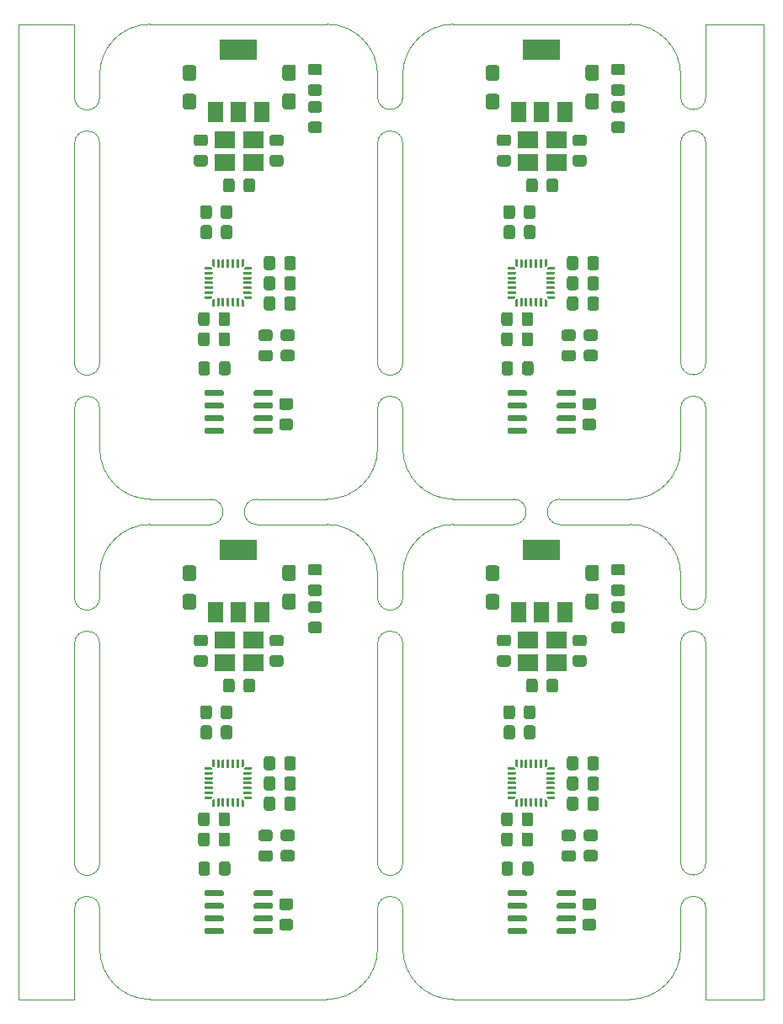
<source format=gbr>
G04 #@! TF.GenerationSoftware,KiCad,Pcbnew,(5.1.6)-1*
G04 #@! TF.CreationDate,2020-10-30T01:23:07+08:00*
G04 #@! TF.ProjectId,panelized2,70616e65-6c69-47a6-9564-322e6b696361,rev?*
G04 #@! TF.SameCoordinates,Original*
G04 #@! TF.FileFunction,Paste,Top*
G04 #@! TF.FilePolarity,Positive*
%FSLAX46Y46*%
G04 Gerber Fmt 4.6, Leading zero omitted, Abs format (unit mm)*
G04 Created by KiCad (PCBNEW (5.1.6)-1) date 2020-10-30 01:23:07*
%MOMM*%
%LPD*%
G01*
G04 APERTURE LIST*
G04 #@! TA.AperFunction,Profile*
%ADD10C,0.050000*%
G04 #@! TD*
%ADD11R,3.800000X2.000000*%
%ADD12R,1.500000X2.000000*%
%ADD13C,0.100000*%
%ADD14R,2.100000X1.800000*%
G04 APERTURE END LIST*
D10*
X156209998Y-82803999D02*
G75*
G02*
X153670002Y-82804000I-1269998J-1D01*
G01*
X153670063Y-60756801D02*
G75*
G02*
X156210000Y-60769500I1269937J-12699D01*
G01*
X153670063Y-111048801D02*
G75*
G02*
X156210000Y-111061500I1269937J-12699D01*
G01*
X156209998Y-133095999D02*
G75*
G02*
X153670002Y-133096000I-1269998J-1D01*
G01*
X179070000Y-146812000D02*
X161290000Y-146812000D01*
X125729998Y-82803999D02*
G75*
G02*
X123190002Y-82804000I-1269998J-1D01*
G01*
X123190063Y-60756801D02*
G75*
G02*
X125730000Y-60769500I1269937J-12699D01*
G01*
X153670063Y-87426801D02*
G75*
G02*
X156210000Y-87439500I1269937J-12699D01*
G01*
X141541500Y-99060000D02*
X148590000Y-99060000D01*
X130810000Y-99060000D02*
X136855200Y-99060000D01*
X172021500Y-99060000D02*
X179070000Y-99060000D01*
X161290000Y-99060000D02*
X167335200Y-99060000D01*
X156209998Y-106425999D02*
G75*
G02*
X153670002Y-106426000I-1269998J-1D01*
G01*
X125729998Y-106425999D02*
G75*
G02*
X123190002Y-106426000I-1269998J-1D01*
G01*
X123190063Y-87426801D02*
G75*
G02*
X125730000Y-87439500I1269937J-12699D01*
G01*
X125729998Y-133095999D02*
G75*
G02*
X123190002Y-133096000I-1269998J-1D01*
G01*
X123190063Y-111048801D02*
G75*
G02*
X125730000Y-111061500I1269937J-12699D01*
G01*
X123190063Y-137718801D02*
G75*
G02*
X125730000Y-137731500I1269937J-12699D01*
G01*
X156210000Y-137731500D02*
X156210000Y-141732000D01*
X153670063Y-137718801D02*
G75*
G02*
X156210000Y-137731500I1269937J-12699D01*
G01*
X156209997Y-56134001D02*
G75*
G02*
X153670002Y-56133998I-1269997J63501D01*
G01*
X125729998Y-56133999D02*
G75*
G02*
X123190002Y-56134000I-1269998J-1D01*
G01*
X125730000Y-53848000D02*
X125730000Y-56134000D01*
X117602000Y-146812000D02*
X123190000Y-146812000D01*
X123190000Y-111048800D02*
X123190001Y-133095999D01*
X123190000Y-87426800D02*
X123190001Y-106425999D01*
X123190000Y-60756800D02*
X123190001Y-82803999D01*
X123190000Y-48768000D02*
X123190001Y-56133999D01*
X117602000Y-48768000D02*
X123190000Y-48768000D01*
X117602000Y-146812000D02*
X117602000Y-48768000D01*
X123190000Y-137718800D02*
X123190000Y-146812000D01*
X186691015Y-82753201D02*
X186690000Y-60756800D01*
X186690000Y-87426800D02*
X186691015Y-106375201D01*
X186691015Y-133045201D02*
X186690000Y-111048800D01*
X186690000Y-146812000D02*
X192532000Y-146812000D01*
X192532000Y-48768000D02*
X192532000Y-146812000D01*
X186690000Y-137718800D02*
X186690000Y-146812000D01*
X186690000Y-48768000D02*
X192532000Y-48768000D01*
X186691015Y-56083201D02*
X186690000Y-48768000D01*
X136855200Y-146812000D02*
X141541500Y-146812000D01*
X184150000Y-111048800D02*
G75*
G02*
X186690000Y-111048800I1270000J0D01*
G01*
X184150000Y-60756800D02*
G75*
G02*
X186690000Y-60756800I1270000J0D01*
G01*
X186691015Y-133045201D02*
G75*
G02*
X184150001Y-133095999I-1271015J1D01*
G01*
X184150000Y-87426800D02*
G75*
G02*
X186690000Y-87426800I1270000J0D01*
G01*
X184150000Y-137718800D02*
G75*
G02*
X186690000Y-137718800I1270000J0D01*
G01*
X186691015Y-106375201D02*
G75*
G02*
X184150001Y-106425999I-1271015J1D01*
G01*
X186691015Y-56083201D02*
G75*
G02*
X184150001Y-56133999I-1271015J1D01*
G01*
X186691015Y-82753201D02*
G75*
G02*
X184150001Y-82803999I-1271015J1D01*
G01*
X184150000Y-104140000D02*
X184150001Y-106425999D01*
X153670000Y-104140000D02*
X153670001Y-106425999D01*
X184150000Y-53848000D02*
X184150001Y-56133999D01*
X136855200Y-146812000D02*
X130810000Y-146812000D01*
X167335200Y-96520000D02*
X161290000Y-96520000D01*
X156210000Y-104140000D02*
X156210000Y-106426000D01*
X125730000Y-104140000D02*
X125730000Y-106426000D01*
X156210000Y-53848000D02*
X156210000Y-56134000D01*
X167335200Y-96520000D02*
G75*
G02*
X167335200Y-99060000I0J-1270000D01*
G01*
X156210000Y-111061500D02*
X156210000Y-133096000D01*
X125730000Y-111061500D02*
X125730000Y-133096000D01*
X156210000Y-60769500D02*
X156210000Y-82804000D01*
X172021500Y-99060000D02*
G75*
G02*
X172021500Y-96520000I0J1270000D01*
G01*
X184150000Y-141732000D02*
X184150000Y-137718800D01*
X153670000Y-141732000D02*
X153670000Y-137718800D01*
X184150000Y-91440000D02*
X184150000Y-87426800D01*
X148590000Y-146812000D02*
X141541500Y-146812000D01*
X179070000Y-96520000D02*
X172021500Y-96520000D01*
X184150001Y-133095999D02*
X184150000Y-111048800D01*
X153670001Y-133095999D02*
X153670000Y-111048800D01*
X184150001Y-82803999D02*
X184150000Y-60756800D01*
X125730000Y-141732000D02*
X125730000Y-137731500D01*
X156210000Y-91440000D02*
X156210000Y-87439500D01*
X161290000Y-48768000D02*
X179070000Y-48768000D01*
X161290000Y-146812000D02*
G75*
G02*
X156210000Y-141732000I0J5080000D01*
G01*
X130810000Y-146812000D02*
G75*
G02*
X125730000Y-141732000I0J5080000D01*
G01*
X161290000Y-96520000D02*
G75*
G02*
X156210000Y-91440000I0J5080000D01*
G01*
X184150000Y-141732000D02*
G75*
G02*
X179070000Y-146812000I-5080000J0D01*
G01*
X153670000Y-141732000D02*
G75*
G02*
X148590000Y-146812000I-5080000J0D01*
G01*
X184150000Y-91440000D02*
G75*
G02*
X179070000Y-96520000I-5080000J0D01*
G01*
X179070000Y-99060000D02*
G75*
G02*
X184150000Y-104140000I0J-5080000D01*
G01*
X148590000Y-99060000D02*
G75*
G02*
X153670000Y-104140000I0J-5080000D01*
G01*
X179070000Y-48768000D02*
G75*
G02*
X184150000Y-53848000I0J-5080000D01*
G01*
X156210000Y-104140000D02*
G75*
G02*
X161290000Y-99060000I5080000J0D01*
G01*
X125730000Y-104140000D02*
G75*
G02*
X130810000Y-99060000I5080000J0D01*
G01*
X156210000Y-53848000D02*
G75*
G02*
X161290000Y-48768000I5080000J0D01*
G01*
X125730000Y-91440000D02*
X125730000Y-87439500D01*
X125730000Y-60769500D02*
X125730000Y-82804000D01*
X136855200Y-96520000D02*
X130810000Y-96520000D01*
X148590000Y-96520000D02*
X141541500Y-96520000D01*
X136855200Y-96520000D02*
G75*
G02*
X136855200Y-99060000I0J-1270000D01*
G01*
X141541500Y-99060000D02*
G75*
G02*
X141541500Y-96520000I0J1270000D01*
G01*
X153670000Y-91440000D02*
X153670000Y-87426800D01*
X153670000Y-53848000D02*
X153670001Y-56133999D01*
X153670001Y-82803999D02*
X153670000Y-60756800D01*
X130810000Y-48768000D02*
X148590000Y-48768000D01*
X153670000Y-91440000D02*
G75*
G02*
X148590000Y-96520000I-5080000J0D01*
G01*
X130810000Y-96520000D02*
G75*
G02*
X125730000Y-91440000I0J5080000D01*
G01*
X148590000Y-48768000D02*
G75*
G02*
X153670000Y-53848000I0J-5080000D01*
G01*
X125730000Y-53848000D02*
G75*
G02*
X130810000Y-48768000I5080000J0D01*
G01*
G36*
G01*
X175405201Y-139868600D02*
X174505199Y-139868600D01*
G75*
G02*
X174255200Y-139618601I0J249999D01*
G01*
X174255200Y-138968599D01*
G75*
G02*
X174505199Y-138718600I249999J0D01*
G01*
X175405201Y-138718600D01*
G75*
G02*
X175655200Y-138968599I0J-249999D01*
G01*
X175655200Y-139618601D01*
G75*
G02*
X175405201Y-139868600I-249999J0D01*
G01*
G37*
G36*
G01*
X175405201Y-137818600D02*
X174505199Y-137818600D01*
G75*
G02*
X174255200Y-137568601I0J249999D01*
G01*
X174255200Y-136918599D01*
G75*
G02*
X174505199Y-136668600I249999J0D01*
G01*
X175405201Y-136668600D01*
G75*
G02*
X175655200Y-136918599I0J-249999D01*
G01*
X175655200Y-137568601D01*
G75*
G02*
X175405201Y-137818600I-249999J0D01*
G01*
G37*
G36*
G01*
X144925201Y-139868600D02*
X144025199Y-139868600D01*
G75*
G02*
X143775200Y-139618601I0J249999D01*
G01*
X143775200Y-138968599D01*
G75*
G02*
X144025199Y-138718600I249999J0D01*
G01*
X144925201Y-138718600D01*
G75*
G02*
X145175200Y-138968599I0J-249999D01*
G01*
X145175200Y-139618601D01*
G75*
G02*
X144925201Y-139868600I-249999J0D01*
G01*
G37*
G36*
G01*
X144925201Y-137818600D02*
X144025199Y-137818600D01*
G75*
G02*
X143775200Y-137568601I0J249999D01*
G01*
X143775200Y-136918599D01*
G75*
G02*
X144025199Y-136668600I249999J0D01*
G01*
X144925201Y-136668600D01*
G75*
G02*
X145175200Y-136918599I0J-249999D01*
G01*
X145175200Y-137568601D01*
G75*
G02*
X144925201Y-137818600I-249999J0D01*
G01*
G37*
G36*
G01*
X175405201Y-89576600D02*
X174505199Y-89576600D01*
G75*
G02*
X174255200Y-89326601I0J249999D01*
G01*
X174255200Y-88676599D01*
G75*
G02*
X174505199Y-88426600I249999J0D01*
G01*
X175405201Y-88426600D01*
G75*
G02*
X175655200Y-88676599I0J-249999D01*
G01*
X175655200Y-89326601D01*
G75*
G02*
X175405201Y-89576600I-249999J0D01*
G01*
G37*
G36*
G01*
X175405201Y-87526600D02*
X174505199Y-87526600D01*
G75*
G02*
X174255200Y-87276601I0J249999D01*
G01*
X174255200Y-86626599D01*
G75*
G02*
X174505199Y-86376600I249999J0D01*
G01*
X175405201Y-86376600D01*
G75*
G02*
X175655200Y-86626599I0J-249999D01*
G01*
X175655200Y-87276601D01*
G75*
G02*
X175405201Y-87526600I-249999J0D01*
G01*
G37*
G36*
G01*
X169341600Y-133204799D02*
X169341600Y-134104801D01*
G75*
G02*
X169091601Y-134354800I-249999J0D01*
G01*
X168441599Y-134354800D01*
G75*
G02*
X168191600Y-134104801I0J249999D01*
G01*
X168191600Y-133204799D01*
G75*
G02*
X168441599Y-132954800I249999J0D01*
G01*
X169091601Y-132954800D01*
G75*
G02*
X169341600Y-133204799I0J-249999D01*
G01*
G37*
G36*
G01*
X167291600Y-133204799D02*
X167291600Y-134104801D01*
G75*
G02*
X167041601Y-134354800I-249999J0D01*
G01*
X166391599Y-134354800D01*
G75*
G02*
X166141600Y-134104801I0J249999D01*
G01*
X166141600Y-133204799D01*
G75*
G02*
X166391599Y-132954800I249999J0D01*
G01*
X167041601Y-132954800D01*
G75*
G02*
X167291600Y-133204799I0J-249999D01*
G01*
G37*
G36*
G01*
X138861600Y-133204799D02*
X138861600Y-134104801D01*
G75*
G02*
X138611601Y-134354800I-249999J0D01*
G01*
X137961599Y-134354800D01*
G75*
G02*
X137711600Y-134104801I0J249999D01*
G01*
X137711600Y-133204799D01*
G75*
G02*
X137961599Y-132954800I249999J0D01*
G01*
X138611601Y-132954800D01*
G75*
G02*
X138861600Y-133204799I0J-249999D01*
G01*
G37*
G36*
G01*
X136811600Y-133204799D02*
X136811600Y-134104801D01*
G75*
G02*
X136561601Y-134354800I-249999J0D01*
G01*
X135911599Y-134354800D01*
G75*
G02*
X135661600Y-134104801I0J249999D01*
G01*
X135661600Y-133204799D01*
G75*
G02*
X135911599Y-132954800I249999J0D01*
G01*
X136561601Y-132954800D01*
G75*
G02*
X136811600Y-133204799I0J-249999D01*
G01*
G37*
G36*
G01*
X169341600Y-82912799D02*
X169341600Y-83812801D01*
G75*
G02*
X169091601Y-84062800I-249999J0D01*
G01*
X168441599Y-84062800D01*
G75*
G02*
X168191600Y-83812801I0J249999D01*
G01*
X168191600Y-82912799D01*
G75*
G02*
X168441599Y-82662800I249999J0D01*
G01*
X169091601Y-82662800D01*
G75*
G02*
X169341600Y-82912799I0J-249999D01*
G01*
G37*
G36*
G01*
X167291600Y-82912799D02*
X167291600Y-83812801D01*
G75*
G02*
X167041601Y-84062800I-249999J0D01*
G01*
X166391599Y-84062800D01*
G75*
G02*
X166141600Y-83812801I0J249999D01*
G01*
X166141600Y-82912799D01*
G75*
G02*
X166391599Y-82662800I249999J0D01*
G01*
X167041601Y-82662800D01*
G75*
G02*
X167291600Y-82912799I0J-249999D01*
G01*
G37*
G36*
G01*
X172723806Y-123523541D02*
X172723806Y-122623539D01*
G75*
G02*
X172973805Y-122373540I249999J0D01*
G01*
X173623807Y-122373540D01*
G75*
G02*
X173873806Y-122623539I0J-249999D01*
G01*
X173873806Y-123523541D01*
G75*
G02*
X173623807Y-123773540I-249999J0D01*
G01*
X172973805Y-123773540D01*
G75*
G02*
X172723806Y-123523541I0J249999D01*
G01*
G37*
G36*
G01*
X174773806Y-123523541D02*
X174773806Y-122623539D01*
G75*
G02*
X175023805Y-122373540I249999J0D01*
G01*
X175673807Y-122373540D01*
G75*
G02*
X175923806Y-122623539I0J-249999D01*
G01*
X175923806Y-123523541D01*
G75*
G02*
X175673807Y-123773540I-249999J0D01*
G01*
X175023805Y-123773540D01*
G75*
G02*
X174773806Y-123523541I0J249999D01*
G01*
G37*
G36*
G01*
X142243806Y-123523541D02*
X142243806Y-122623539D01*
G75*
G02*
X142493805Y-122373540I249999J0D01*
G01*
X143143807Y-122373540D01*
G75*
G02*
X143393806Y-122623539I0J-249999D01*
G01*
X143393806Y-123523541D01*
G75*
G02*
X143143807Y-123773540I-249999J0D01*
G01*
X142493805Y-123773540D01*
G75*
G02*
X142243806Y-123523541I0J249999D01*
G01*
G37*
G36*
G01*
X144293806Y-123523541D02*
X144293806Y-122623539D01*
G75*
G02*
X144543805Y-122373540I249999J0D01*
G01*
X145193807Y-122373540D01*
G75*
G02*
X145443806Y-122623539I0J-249999D01*
G01*
X145443806Y-123523541D01*
G75*
G02*
X145193807Y-123773540I-249999J0D01*
G01*
X144543805Y-123773540D01*
G75*
G02*
X144293806Y-123523541I0J249999D01*
G01*
G37*
G36*
G01*
X172723806Y-73231541D02*
X172723806Y-72331539D01*
G75*
G02*
X172973805Y-72081540I249999J0D01*
G01*
X173623807Y-72081540D01*
G75*
G02*
X173873806Y-72331539I0J-249999D01*
G01*
X173873806Y-73231541D01*
G75*
G02*
X173623807Y-73481540I-249999J0D01*
G01*
X172973805Y-73481540D01*
G75*
G02*
X172723806Y-73231541I0J249999D01*
G01*
G37*
G36*
G01*
X174773806Y-73231541D02*
X174773806Y-72331539D01*
G75*
G02*
X175023805Y-72081540I249999J0D01*
G01*
X175673807Y-72081540D01*
G75*
G02*
X175923806Y-72331539I0J-249999D01*
G01*
X175923806Y-73231541D01*
G75*
G02*
X175673807Y-73481540I-249999J0D01*
G01*
X175023805Y-73481540D01*
G75*
G02*
X174773806Y-73231541I0J249999D01*
G01*
G37*
G36*
G01*
X171680000Y-136294000D02*
X171680000Y-135994000D01*
G75*
G02*
X171830000Y-135844000I150000J0D01*
G01*
X173480000Y-135844000D01*
G75*
G02*
X173630000Y-135994000I0J-150000D01*
G01*
X173630000Y-136294000D01*
G75*
G02*
X173480000Y-136444000I-150000J0D01*
G01*
X171830000Y-136444000D01*
G75*
G02*
X171680000Y-136294000I0J150000D01*
G01*
G37*
G36*
G01*
X171680000Y-137564000D02*
X171680000Y-137264000D01*
G75*
G02*
X171830000Y-137114000I150000J0D01*
G01*
X173480000Y-137114000D01*
G75*
G02*
X173630000Y-137264000I0J-150000D01*
G01*
X173630000Y-137564000D01*
G75*
G02*
X173480000Y-137714000I-150000J0D01*
G01*
X171830000Y-137714000D01*
G75*
G02*
X171680000Y-137564000I0J150000D01*
G01*
G37*
G36*
G01*
X171680000Y-138834000D02*
X171680000Y-138534000D01*
G75*
G02*
X171830000Y-138384000I150000J0D01*
G01*
X173480000Y-138384000D01*
G75*
G02*
X173630000Y-138534000I0J-150000D01*
G01*
X173630000Y-138834000D01*
G75*
G02*
X173480000Y-138984000I-150000J0D01*
G01*
X171830000Y-138984000D01*
G75*
G02*
X171680000Y-138834000I0J150000D01*
G01*
G37*
G36*
G01*
X171680000Y-140104000D02*
X171680000Y-139804000D01*
G75*
G02*
X171830000Y-139654000I150000J0D01*
G01*
X173480000Y-139654000D01*
G75*
G02*
X173630000Y-139804000I0J-150000D01*
G01*
X173630000Y-140104000D01*
G75*
G02*
X173480000Y-140254000I-150000J0D01*
G01*
X171830000Y-140254000D01*
G75*
G02*
X171680000Y-140104000I0J150000D01*
G01*
G37*
G36*
G01*
X166730000Y-140104000D02*
X166730000Y-139804000D01*
G75*
G02*
X166880000Y-139654000I150000J0D01*
G01*
X168530000Y-139654000D01*
G75*
G02*
X168680000Y-139804000I0J-150000D01*
G01*
X168680000Y-140104000D01*
G75*
G02*
X168530000Y-140254000I-150000J0D01*
G01*
X166880000Y-140254000D01*
G75*
G02*
X166730000Y-140104000I0J150000D01*
G01*
G37*
G36*
G01*
X166730000Y-138834000D02*
X166730000Y-138534000D01*
G75*
G02*
X166880000Y-138384000I150000J0D01*
G01*
X168530000Y-138384000D01*
G75*
G02*
X168680000Y-138534000I0J-150000D01*
G01*
X168680000Y-138834000D01*
G75*
G02*
X168530000Y-138984000I-150000J0D01*
G01*
X166880000Y-138984000D01*
G75*
G02*
X166730000Y-138834000I0J150000D01*
G01*
G37*
G36*
G01*
X166730000Y-137564000D02*
X166730000Y-137264000D01*
G75*
G02*
X166880000Y-137114000I150000J0D01*
G01*
X168530000Y-137114000D01*
G75*
G02*
X168680000Y-137264000I0J-150000D01*
G01*
X168680000Y-137564000D01*
G75*
G02*
X168530000Y-137714000I-150000J0D01*
G01*
X166880000Y-137714000D01*
G75*
G02*
X166730000Y-137564000I0J150000D01*
G01*
G37*
G36*
G01*
X166730000Y-136294000D02*
X166730000Y-135994000D01*
G75*
G02*
X166880000Y-135844000I150000J0D01*
G01*
X168530000Y-135844000D01*
G75*
G02*
X168680000Y-135994000I0J-150000D01*
G01*
X168680000Y-136294000D01*
G75*
G02*
X168530000Y-136444000I-150000J0D01*
G01*
X166880000Y-136444000D01*
G75*
G02*
X166730000Y-136294000I0J150000D01*
G01*
G37*
G36*
G01*
X141200000Y-136294000D02*
X141200000Y-135994000D01*
G75*
G02*
X141350000Y-135844000I150000J0D01*
G01*
X143000000Y-135844000D01*
G75*
G02*
X143150000Y-135994000I0J-150000D01*
G01*
X143150000Y-136294000D01*
G75*
G02*
X143000000Y-136444000I-150000J0D01*
G01*
X141350000Y-136444000D01*
G75*
G02*
X141200000Y-136294000I0J150000D01*
G01*
G37*
G36*
G01*
X141200000Y-137564000D02*
X141200000Y-137264000D01*
G75*
G02*
X141350000Y-137114000I150000J0D01*
G01*
X143000000Y-137114000D01*
G75*
G02*
X143150000Y-137264000I0J-150000D01*
G01*
X143150000Y-137564000D01*
G75*
G02*
X143000000Y-137714000I-150000J0D01*
G01*
X141350000Y-137714000D01*
G75*
G02*
X141200000Y-137564000I0J150000D01*
G01*
G37*
G36*
G01*
X141200000Y-138834000D02*
X141200000Y-138534000D01*
G75*
G02*
X141350000Y-138384000I150000J0D01*
G01*
X143000000Y-138384000D01*
G75*
G02*
X143150000Y-138534000I0J-150000D01*
G01*
X143150000Y-138834000D01*
G75*
G02*
X143000000Y-138984000I-150000J0D01*
G01*
X141350000Y-138984000D01*
G75*
G02*
X141200000Y-138834000I0J150000D01*
G01*
G37*
G36*
G01*
X141200000Y-140104000D02*
X141200000Y-139804000D01*
G75*
G02*
X141350000Y-139654000I150000J0D01*
G01*
X143000000Y-139654000D01*
G75*
G02*
X143150000Y-139804000I0J-150000D01*
G01*
X143150000Y-140104000D01*
G75*
G02*
X143000000Y-140254000I-150000J0D01*
G01*
X141350000Y-140254000D01*
G75*
G02*
X141200000Y-140104000I0J150000D01*
G01*
G37*
G36*
G01*
X136250000Y-140104000D02*
X136250000Y-139804000D01*
G75*
G02*
X136400000Y-139654000I150000J0D01*
G01*
X138050000Y-139654000D01*
G75*
G02*
X138200000Y-139804000I0J-150000D01*
G01*
X138200000Y-140104000D01*
G75*
G02*
X138050000Y-140254000I-150000J0D01*
G01*
X136400000Y-140254000D01*
G75*
G02*
X136250000Y-140104000I0J150000D01*
G01*
G37*
G36*
G01*
X136250000Y-138834000D02*
X136250000Y-138534000D01*
G75*
G02*
X136400000Y-138384000I150000J0D01*
G01*
X138050000Y-138384000D01*
G75*
G02*
X138200000Y-138534000I0J-150000D01*
G01*
X138200000Y-138834000D01*
G75*
G02*
X138050000Y-138984000I-150000J0D01*
G01*
X136400000Y-138984000D01*
G75*
G02*
X136250000Y-138834000I0J150000D01*
G01*
G37*
G36*
G01*
X136250000Y-137564000D02*
X136250000Y-137264000D01*
G75*
G02*
X136400000Y-137114000I150000J0D01*
G01*
X138050000Y-137114000D01*
G75*
G02*
X138200000Y-137264000I0J-150000D01*
G01*
X138200000Y-137564000D01*
G75*
G02*
X138050000Y-137714000I-150000J0D01*
G01*
X136400000Y-137714000D01*
G75*
G02*
X136250000Y-137564000I0J150000D01*
G01*
G37*
G36*
G01*
X136250000Y-136294000D02*
X136250000Y-135994000D01*
G75*
G02*
X136400000Y-135844000I150000J0D01*
G01*
X138050000Y-135844000D01*
G75*
G02*
X138200000Y-135994000I0J-150000D01*
G01*
X138200000Y-136294000D01*
G75*
G02*
X138050000Y-136444000I-150000J0D01*
G01*
X136400000Y-136444000D01*
G75*
G02*
X136250000Y-136294000I0J150000D01*
G01*
G37*
G36*
G01*
X171680000Y-86002000D02*
X171680000Y-85702000D01*
G75*
G02*
X171830000Y-85552000I150000J0D01*
G01*
X173480000Y-85552000D01*
G75*
G02*
X173630000Y-85702000I0J-150000D01*
G01*
X173630000Y-86002000D01*
G75*
G02*
X173480000Y-86152000I-150000J0D01*
G01*
X171830000Y-86152000D01*
G75*
G02*
X171680000Y-86002000I0J150000D01*
G01*
G37*
G36*
G01*
X171680000Y-87272000D02*
X171680000Y-86972000D01*
G75*
G02*
X171830000Y-86822000I150000J0D01*
G01*
X173480000Y-86822000D01*
G75*
G02*
X173630000Y-86972000I0J-150000D01*
G01*
X173630000Y-87272000D01*
G75*
G02*
X173480000Y-87422000I-150000J0D01*
G01*
X171830000Y-87422000D01*
G75*
G02*
X171680000Y-87272000I0J150000D01*
G01*
G37*
G36*
G01*
X171680000Y-88542000D02*
X171680000Y-88242000D01*
G75*
G02*
X171830000Y-88092000I150000J0D01*
G01*
X173480000Y-88092000D01*
G75*
G02*
X173630000Y-88242000I0J-150000D01*
G01*
X173630000Y-88542000D01*
G75*
G02*
X173480000Y-88692000I-150000J0D01*
G01*
X171830000Y-88692000D01*
G75*
G02*
X171680000Y-88542000I0J150000D01*
G01*
G37*
G36*
G01*
X171680000Y-89812000D02*
X171680000Y-89512000D01*
G75*
G02*
X171830000Y-89362000I150000J0D01*
G01*
X173480000Y-89362000D01*
G75*
G02*
X173630000Y-89512000I0J-150000D01*
G01*
X173630000Y-89812000D01*
G75*
G02*
X173480000Y-89962000I-150000J0D01*
G01*
X171830000Y-89962000D01*
G75*
G02*
X171680000Y-89812000I0J150000D01*
G01*
G37*
G36*
G01*
X166730000Y-89812000D02*
X166730000Y-89512000D01*
G75*
G02*
X166880000Y-89362000I150000J0D01*
G01*
X168530000Y-89362000D01*
G75*
G02*
X168680000Y-89512000I0J-150000D01*
G01*
X168680000Y-89812000D01*
G75*
G02*
X168530000Y-89962000I-150000J0D01*
G01*
X166880000Y-89962000D01*
G75*
G02*
X166730000Y-89812000I0J150000D01*
G01*
G37*
G36*
G01*
X166730000Y-88542000D02*
X166730000Y-88242000D01*
G75*
G02*
X166880000Y-88092000I150000J0D01*
G01*
X168530000Y-88092000D01*
G75*
G02*
X168680000Y-88242000I0J-150000D01*
G01*
X168680000Y-88542000D01*
G75*
G02*
X168530000Y-88692000I-150000J0D01*
G01*
X166880000Y-88692000D01*
G75*
G02*
X166730000Y-88542000I0J150000D01*
G01*
G37*
G36*
G01*
X166730000Y-87272000D02*
X166730000Y-86972000D01*
G75*
G02*
X166880000Y-86822000I150000J0D01*
G01*
X168530000Y-86822000D01*
G75*
G02*
X168680000Y-86972000I0J-150000D01*
G01*
X168680000Y-87272000D01*
G75*
G02*
X168530000Y-87422000I-150000J0D01*
G01*
X166880000Y-87422000D01*
G75*
G02*
X166730000Y-87272000I0J150000D01*
G01*
G37*
G36*
G01*
X166730000Y-86002000D02*
X166730000Y-85702000D01*
G75*
G02*
X166880000Y-85552000I150000J0D01*
G01*
X168530000Y-85552000D01*
G75*
G02*
X168680000Y-85702000I0J-150000D01*
G01*
X168680000Y-86002000D01*
G75*
G02*
X168530000Y-86152000I-150000J0D01*
G01*
X166880000Y-86152000D01*
G75*
G02*
X166730000Y-86002000I0J150000D01*
G01*
G37*
G36*
G01*
X173539999Y-110160000D02*
X174440001Y-110160000D01*
G75*
G02*
X174690000Y-110409999I0J-249999D01*
G01*
X174690000Y-111060001D01*
G75*
G02*
X174440001Y-111310000I-249999J0D01*
G01*
X173539999Y-111310000D01*
G75*
G02*
X173290000Y-111060001I0J249999D01*
G01*
X173290000Y-110409999D01*
G75*
G02*
X173539999Y-110160000I249999J0D01*
G01*
G37*
G36*
G01*
X173539999Y-112210000D02*
X174440001Y-112210000D01*
G75*
G02*
X174690000Y-112459999I0J-249999D01*
G01*
X174690000Y-113110001D01*
G75*
G02*
X174440001Y-113360000I-249999J0D01*
G01*
X173539999Y-113360000D01*
G75*
G02*
X173290000Y-113110001I0J249999D01*
G01*
X173290000Y-112459999D01*
G75*
G02*
X173539999Y-112210000I249999J0D01*
G01*
G37*
G36*
G01*
X143059999Y-110160000D02*
X143960001Y-110160000D01*
G75*
G02*
X144210000Y-110409999I0J-249999D01*
G01*
X144210000Y-111060001D01*
G75*
G02*
X143960001Y-111310000I-249999J0D01*
G01*
X143059999Y-111310000D01*
G75*
G02*
X142810000Y-111060001I0J249999D01*
G01*
X142810000Y-110409999D01*
G75*
G02*
X143059999Y-110160000I249999J0D01*
G01*
G37*
G36*
G01*
X143059999Y-112210000D02*
X143960001Y-112210000D01*
G75*
G02*
X144210000Y-112459999I0J-249999D01*
G01*
X144210000Y-113110001D01*
G75*
G02*
X143960001Y-113360000I-249999J0D01*
G01*
X143059999Y-113360000D01*
G75*
G02*
X142810000Y-113110001I0J249999D01*
G01*
X142810000Y-112459999D01*
G75*
G02*
X143059999Y-112210000I249999J0D01*
G01*
G37*
G36*
G01*
X173539999Y-59868000D02*
X174440001Y-59868000D01*
G75*
G02*
X174690000Y-60117999I0J-249999D01*
G01*
X174690000Y-60768001D01*
G75*
G02*
X174440001Y-61018000I-249999J0D01*
G01*
X173539999Y-61018000D01*
G75*
G02*
X173290000Y-60768001I0J249999D01*
G01*
X173290000Y-60117999D01*
G75*
G02*
X173539999Y-59868000I249999J0D01*
G01*
G37*
G36*
G01*
X173539999Y-61918000D02*
X174440001Y-61918000D01*
G75*
G02*
X174690000Y-62167999I0J-249999D01*
G01*
X174690000Y-62818001D01*
G75*
G02*
X174440001Y-63068000I-249999J0D01*
G01*
X173539999Y-63068000D01*
G75*
G02*
X173290000Y-62818001I0J249999D01*
G01*
X173290000Y-62167999D01*
G75*
G02*
X173539999Y-61918000I249999J0D01*
G01*
G37*
G36*
G01*
X166820001Y-113351000D02*
X165919999Y-113351000D01*
G75*
G02*
X165670000Y-113101001I0J249999D01*
G01*
X165670000Y-112450999D01*
G75*
G02*
X165919999Y-112201000I249999J0D01*
G01*
X166820001Y-112201000D01*
G75*
G02*
X167070000Y-112450999I0J-249999D01*
G01*
X167070000Y-113101001D01*
G75*
G02*
X166820001Y-113351000I-249999J0D01*
G01*
G37*
G36*
G01*
X166820001Y-111301000D02*
X165919999Y-111301000D01*
G75*
G02*
X165670000Y-111051001I0J249999D01*
G01*
X165670000Y-110400999D01*
G75*
G02*
X165919999Y-110151000I249999J0D01*
G01*
X166820001Y-110151000D01*
G75*
G02*
X167070000Y-110400999I0J-249999D01*
G01*
X167070000Y-111051001D01*
G75*
G02*
X166820001Y-111301000I-249999J0D01*
G01*
G37*
G36*
G01*
X136340001Y-113351000D02*
X135439999Y-113351000D01*
G75*
G02*
X135190000Y-113101001I0J249999D01*
G01*
X135190000Y-112450999D01*
G75*
G02*
X135439999Y-112201000I249999J0D01*
G01*
X136340001Y-112201000D01*
G75*
G02*
X136590000Y-112450999I0J-249999D01*
G01*
X136590000Y-113101001D01*
G75*
G02*
X136340001Y-113351000I-249999J0D01*
G01*
G37*
G36*
G01*
X136340001Y-111301000D02*
X135439999Y-111301000D01*
G75*
G02*
X135190000Y-111051001I0J249999D01*
G01*
X135190000Y-110400999D01*
G75*
G02*
X135439999Y-110151000I249999J0D01*
G01*
X136340001Y-110151000D01*
G75*
G02*
X136590000Y-110400999I0J-249999D01*
G01*
X136590000Y-111051001D01*
G75*
G02*
X136340001Y-111301000I-249999J0D01*
G01*
G37*
G36*
G01*
X166820001Y-63059000D02*
X165919999Y-63059000D01*
G75*
G02*
X165670000Y-62809001I0J249999D01*
G01*
X165670000Y-62158999D01*
G75*
G02*
X165919999Y-61909000I249999J0D01*
G01*
X166820001Y-61909000D01*
G75*
G02*
X167070000Y-62158999I0J-249999D01*
G01*
X167070000Y-62809001D01*
G75*
G02*
X166820001Y-63059000I-249999J0D01*
G01*
G37*
G36*
G01*
X166820001Y-61009000D02*
X165919999Y-61009000D01*
G75*
G02*
X165670000Y-60759001I0J249999D01*
G01*
X165670000Y-60108999D01*
G75*
G02*
X165919999Y-59859000I249999J0D01*
G01*
X166820001Y-59859000D01*
G75*
G02*
X167070000Y-60108999I0J-249999D01*
G01*
X167070000Y-60759001D01*
G75*
G02*
X166820001Y-61009000I-249999J0D01*
G01*
G37*
G36*
G01*
X174834999Y-103144500D02*
X175685001Y-103144500D01*
G75*
G02*
X175935000Y-103394499I0J-249999D01*
G01*
X175935000Y-104469501D01*
G75*
G02*
X175685001Y-104719500I-249999J0D01*
G01*
X174834999Y-104719500D01*
G75*
G02*
X174585000Y-104469501I0J249999D01*
G01*
X174585000Y-103394499D01*
G75*
G02*
X174834999Y-103144500I249999J0D01*
G01*
G37*
G36*
G01*
X174834999Y-106019500D02*
X175685001Y-106019500D01*
G75*
G02*
X175935000Y-106269499I0J-249999D01*
G01*
X175935000Y-107344501D01*
G75*
G02*
X175685001Y-107594500I-249999J0D01*
G01*
X174834999Y-107594500D01*
G75*
G02*
X174585000Y-107344501I0J249999D01*
G01*
X174585000Y-106269499D01*
G75*
G02*
X174834999Y-106019500I249999J0D01*
G01*
G37*
G36*
G01*
X144354999Y-103144500D02*
X145205001Y-103144500D01*
G75*
G02*
X145455000Y-103394499I0J-249999D01*
G01*
X145455000Y-104469501D01*
G75*
G02*
X145205001Y-104719500I-249999J0D01*
G01*
X144354999Y-104719500D01*
G75*
G02*
X144105000Y-104469501I0J249999D01*
G01*
X144105000Y-103394499D01*
G75*
G02*
X144354999Y-103144500I249999J0D01*
G01*
G37*
G36*
G01*
X144354999Y-106019500D02*
X145205001Y-106019500D01*
G75*
G02*
X145455000Y-106269499I0J-249999D01*
G01*
X145455000Y-107344501D01*
G75*
G02*
X145205001Y-107594500I-249999J0D01*
G01*
X144354999Y-107594500D01*
G75*
G02*
X144105000Y-107344501I0J249999D01*
G01*
X144105000Y-106269499D01*
G75*
G02*
X144354999Y-106019500I249999J0D01*
G01*
G37*
G36*
G01*
X174834999Y-52852500D02*
X175685001Y-52852500D01*
G75*
G02*
X175935000Y-53102499I0J-249999D01*
G01*
X175935000Y-54177501D01*
G75*
G02*
X175685001Y-54427500I-249999J0D01*
G01*
X174834999Y-54427500D01*
G75*
G02*
X174585000Y-54177501I0J249999D01*
G01*
X174585000Y-53102499D01*
G75*
G02*
X174834999Y-52852500I249999J0D01*
G01*
G37*
G36*
G01*
X174834999Y-55727500D02*
X175685001Y-55727500D01*
G75*
G02*
X175935000Y-55977499I0J-249999D01*
G01*
X175935000Y-57052501D01*
G75*
G02*
X175685001Y-57302500I-249999J0D01*
G01*
X174834999Y-57302500D01*
G75*
G02*
X174585000Y-57052501I0J249999D01*
G01*
X174585000Y-55977499D01*
G75*
G02*
X174834999Y-55727500I249999J0D01*
G01*
G37*
G36*
G01*
X169315289Y-128254669D02*
X169315289Y-129154671D01*
G75*
G02*
X169065290Y-129404670I-249999J0D01*
G01*
X168415288Y-129404670D01*
G75*
G02*
X168165289Y-129154671I0J249999D01*
G01*
X168165289Y-128254669D01*
G75*
G02*
X168415288Y-128004670I249999J0D01*
G01*
X169065290Y-128004670D01*
G75*
G02*
X169315289Y-128254669I0J-249999D01*
G01*
G37*
G36*
G01*
X167265289Y-128254669D02*
X167265289Y-129154671D01*
G75*
G02*
X167015290Y-129404670I-249999J0D01*
G01*
X166365288Y-129404670D01*
G75*
G02*
X166115289Y-129154671I0J249999D01*
G01*
X166115289Y-128254669D01*
G75*
G02*
X166365288Y-128004670I249999J0D01*
G01*
X167015290Y-128004670D01*
G75*
G02*
X167265289Y-128254669I0J-249999D01*
G01*
G37*
G36*
G01*
X138835289Y-128254669D02*
X138835289Y-129154671D01*
G75*
G02*
X138585290Y-129404670I-249999J0D01*
G01*
X137935288Y-129404670D01*
G75*
G02*
X137685289Y-129154671I0J249999D01*
G01*
X137685289Y-128254669D01*
G75*
G02*
X137935288Y-128004670I249999J0D01*
G01*
X138585290Y-128004670D01*
G75*
G02*
X138835289Y-128254669I0J-249999D01*
G01*
G37*
G36*
G01*
X136785289Y-128254669D02*
X136785289Y-129154671D01*
G75*
G02*
X136535290Y-129404670I-249999J0D01*
G01*
X135885288Y-129404670D01*
G75*
G02*
X135635289Y-129154671I0J249999D01*
G01*
X135635289Y-128254669D01*
G75*
G02*
X135885288Y-128004670I249999J0D01*
G01*
X136535290Y-128004670D01*
G75*
G02*
X136785289Y-128254669I0J-249999D01*
G01*
G37*
G36*
G01*
X169315289Y-77962669D02*
X169315289Y-78862671D01*
G75*
G02*
X169065290Y-79112670I-249999J0D01*
G01*
X168415288Y-79112670D01*
G75*
G02*
X168165289Y-78862671I0J249999D01*
G01*
X168165289Y-77962669D01*
G75*
G02*
X168415288Y-77712670I249999J0D01*
G01*
X169065290Y-77712670D01*
G75*
G02*
X169315289Y-77962669I0J-249999D01*
G01*
G37*
G36*
G01*
X167265289Y-77962669D02*
X167265289Y-78862671D01*
G75*
G02*
X167015290Y-79112670I-249999J0D01*
G01*
X166365288Y-79112670D01*
G75*
G02*
X166115289Y-78862671I0J249999D01*
G01*
X166115289Y-77962669D01*
G75*
G02*
X166365288Y-77712670I249999J0D01*
G01*
X167015290Y-77712670D01*
G75*
G02*
X167265289Y-77962669I0J-249999D01*
G01*
G37*
G36*
G01*
X172723806Y-127587541D02*
X172723806Y-126687539D01*
G75*
G02*
X172973805Y-126437540I249999J0D01*
G01*
X173623807Y-126437540D01*
G75*
G02*
X173873806Y-126687539I0J-249999D01*
G01*
X173873806Y-127587541D01*
G75*
G02*
X173623807Y-127837540I-249999J0D01*
G01*
X172973805Y-127837540D01*
G75*
G02*
X172723806Y-127587541I0J249999D01*
G01*
G37*
G36*
G01*
X174773806Y-127587541D02*
X174773806Y-126687539D01*
G75*
G02*
X175023805Y-126437540I249999J0D01*
G01*
X175673807Y-126437540D01*
G75*
G02*
X175923806Y-126687539I0J-249999D01*
G01*
X175923806Y-127587541D01*
G75*
G02*
X175673807Y-127837540I-249999J0D01*
G01*
X175023805Y-127837540D01*
G75*
G02*
X174773806Y-127587541I0J249999D01*
G01*
G37*
G36*
G01*
X142243806Y-127587541D02*
X142243806Y-126687539D01*
G75*
G02*
X142493805Y-126437540I249999J0D01*
G01*
X143143807Y-126437540D01*
G75*
G02*
X143393806Y-126687539I0J-249999D01*
G01*
X143393806Y-127587541D01*
G75*
G02*
X143143807Y-127837540I-249999J0D01*
G01*
X142493805Y-127837540D01*
G75*
G02*
X142243806Y-127587541I0J249999D01*
G01*
G37*
G36*
G01*
X144293806Y-127587541D02*
X144293806Y-126687539D01*
G75*
G02*
X144543805Y-126437540I249999J0D01*
G01*
X145193807Y-126437540D01*
G75*
G02*
X145443806Y-126687539I0J-249999D01*
G01*
X145443806Y-127587541D01*
G75*
G02*
X145193807Y-127837540I-249999J0D01*
G01*
X144543805Y-127837540D01*
G75*
G02*
X144293806Y-127587541I0J249999D01*
G01*
G37*
G36*
G01*
X172723806Y-77295541D02*
X172723806Y-76395539D01*
G75*
G02*
X172973805Y-76145540I249999J0D01*
G01*
X173623807Y-76145540D01*
G75*
G02*
X173873806Y-76395539I0J-249999D01*
G01*
X173873806Y-77295541D01*
G75*
G02*
X173623807Y-77545540I-249999J0D01*
G01*
X172973805Y-77545540D01*
G75*
G02*
X172723806Y-77295541I0J249999D01*
G01*
G37*
G36*
G01*
X174773806Y-77295541D02*
X174773806Y-76395539D01*
G75*
G02*
X175023805Y-76145540I249999J0D01*
G01*
X175673807Y-76145540D01*
G75*
G02*
X175923806Y-76395539I0J-249999D01*
G01*
X175923806Y-77295541D01*
G75*
G02*
X175673807Y-77545540I-249999J0D01*
G01*
X175023805Y-77545540D01*
G75*
G02*
X174773806Y-77295541I0J249999D01*
G01*
G37*
G36*
G01*
X169535941Y-117500635D02*
X169535941Y-118400637D01*
G75*
G02*
X169285942Y-118650636I-249999J0D01*
G01*
X168635940Y-118650636D01*
G75*
G02*
X168385941Y-118400637I0J249999D01*
G01*
X168385941Y-117500635D01*
G75*
G02*
X168635940Y-117250636I249999J0D01*
G01*
X169285942Y-117250636D01*
G75*
G02*
X169535941Y-117500635I0J-249999D01*
G01*
G37*
G36*
G01*
X167485941Y-117500635D02*
X167485941Y-118400637D01*
G75*
G02*
X167235942Y-118650636I-249999J0D01*
G01*
X166585940Y-118650636D01*
G75*
G02*
X166335941Y-118400637I0J249999D01*
G01*
X166335941Y-117500635D01*
G75*
G02*
X166585940Y-117250636I249999J0D01*
G01*
X167235942Y-117250636D01*
G75*
G02*
X167485941Y-117500635I0J-249999D01*
G01*
G37*
G36*
G01*
X139055941Y-117500635D02*
X139055941Y-118400637D01*
G75*
G02*
X138805942Y-118650636I-249999J0D01*
G01*
X138155940Y-118650636D01*
G75*
G02*
X137905941Y-118400637I0J249999D01*
G01*
X137905941Y-117500635D01*
G75*
G02*
X138155940Y-117250636I249999J0D01*
G01*
X138805942Y-117250636D01*
G75*
G02*
X139055941Y-117500635I0J-249999D01*
G01*
G37*
G36*
G01*
X137005941Y-117500635D02*
X137005941Y-118400637D01*
G75*
G02*
X136755942Y-118650636I-249999J0D01*
G01*
X136105940Y-118650636D01*
G75*
G02*
X135855941Y-118400637I0J249999D01*
G01*
X135855941Y-117500635D01*
G75*
G02*
X136105940Y-117250636I249999J0D01*
G01*
X136755942Y-117250636D01*
G75*
G02*
X137005941Y-117500635I0J-249999D01*
G01*
G37*
G36*
G01*
X169535941Y-67208635D02*
X169535941Y-68108637D01*
G75*
G02*
X169285942Y-68358636I-249999J0D01*
G01*
X168635940Y-68358636D01*
G75*
G02*
X168385941Y-68108637I0J249999D01*
G01*
X168385941Y-67208635D01*
G75*
G02*
X168635940Y-66958636I249999J0D01*
G01*
X169285942Y-66958636D01*
G75*
G02*
X169535941Y-67208635I0J-249999D01*
G01*
G37*
G36*
G01*
X167485941Y-67208635D02*
X167485941Y-68108637D01*
G75*
G02*
X167235942Y-68358636I-249999J0D01*
G01*
X166585940Y-68358636D01*
G75*
G02*
X166335941Y-68108637I0J249999D01*
G01*
X166335941Y-67208635D01*
G75*
G02*
X166585940Y-66958636I249999J0D01*
G01*
X167235942Y-66958636D01*
G75*
G02*
X167485941Y-67208635I0J-249999D01*
G01*
G37*
G36*
G01*
X172723806Y-125555541D02*
X172723806Y-124655539D01*
G75*
G02*
X172973805Y-124405540I249999J0D01*
G01*
X173623807Y-124405540D01*
G75*
G02*
X173873806Y-124655539I0J-249999D01*
G01*
X173873806Y-125555541D01*
G75*
G02*
X173623807Y-125805540I-249999J0D01*
G01*
X172973805Y-125805540D01*
G75*
G02*
X172723806Y-125555541I0J249999D01*
G01*
G37*
G36*
G01*
X174773806Y-125555541D02*
X174773806Y-124655539D01*
G75*
G02*
X175023805Y-124405540I249999J0D01*
G01*
X175673807Y-124405540D01*
G75*
G02*
X175923806Y-124655539I0J-249999D01*
G01*
X175923806Y-125555541D01*
G75*
G02*
X175673807Y-125805540I-249999J0D01*
G01*
X175023805Y-125805540D01*
G75*
G02*
X174773806Y-125555541I0J249999D01*
G01*
G37*
G36*
G01*
X142243806Y-125555541D02*
X142243806Y-124655539D01*
G75*
G02*
X142493805Y-124405540I249999J0D01*
G01*
X143143807Y-124405540D01*
G75*
G02*
X143393806Y-124655539I0J-249999D01*
G01*
X143393806Y-125555541D01*
G75*
G02*
X143143807Y-125805540I-249999J0D01*
G01*
X142493805Y-125805540D01*
G75*
G02*
X142243806Y-125555541I0J249999D01*
G01*
G37*
G36*
G01*
X144293806Y-125555541D02*
X144293806Y-124655539D01*
G75*
G02*
X144543805Y-124405540I249999J0D01*
G01*
X145193807Y-124405540D01*
G75*
G02*
X145443806Y-124655539I0J-249999D01*
G01*
X145443806Y-125555541D01*
G75*
G02*
X145193807Y-125805540I-249999J0D01*
G01*
X144543805Y-125805540D01*
G75*
G02*
X144293806Y-125555541I0J249999D01*
G01*
G37*
G36*
G01*
X172723806Y-75263541D02*
X172723806Y-74363539D01*
G75*
G02*
X172973805Y-74113540I249999J0D01*
G01*
X173623807Y-74113540D01*
G75*
G02*
X173873806Y-74363539I0J-249999D01*
G01*
X173873806Y-75263541D01*
G75*
G02*
X173623807Y-75513540I-249999J0D01*
G01*
X172973805Y-75513540D01*
G75*
G02*
X172723806Y-75263541I0J249999D01*
G01*
G37*
G36*
G01*
X174773806Y-75263541D02*
X174773806Y-74363539D01*
G75*
G02*
X175023805Y-74113540I249999J0D01*
G01*
X175673807Y-74113540D01*
G75*
G02*
X175923806Y-74363539I0J-249999D01*
G01*
X175923806Y-75263541D01*
G75*
G02*
X175673807Y-75513540I-249999J0D01*
G01*
X175023805Y-75513540D01*
G75*
G02*
X174773806Y-75263541I0J249999D01*
G01*
G37*
G36*
G01*
X174655793Y-129748905D02*
X175555795Y-129748905D01*
G75*
G02*
X175805794Y-129998904I0J-249999D01*
G01*
X175805794Y-130648906D01*
G75*
G02*
X175555795Y-130898905I-249999J0D01*
G01*
X174655793Y-130898905D01*
G75*
G02*
X174405794Y-130648906I0J249999D01*
G01*
X174405794Y-129998904D01*
G75*
G02*
X174655793Y-129748905I249999J0D01*
G01*
G37*
G36*
G01*
X174655793Y-131798905D02*
X175555795Y-131798905D01*
G75*
G02*
X175805794Y-132048904I0J-249999D01*
G01*
X175805794Y-132698906D01*
G75*
G02*
X175555795Y-132948905I-249999J0D01*
G01*
X174655793Y-132948905D01*
G75*
G02*
X174405794Y-132698906I0J249999D01*
G01*
X174405794Y-132048904D01*
G75*
G02*
X174655793Y-131798905I249999J0D01*
G01*
G37*
G36*
G01*
X144175793Y-129748905D02*
X145075795Y-129748905D01*
G75*
G02*
X145325794Y-129998904I0J-249999D01*
G01*
X145325794Y-130648906D01*
G75*
G02*
X145075795Y-130898905I-249999J0D01*
G01*
X144175793Y-130898905D01*
G75*
G02*
X143925794Y-130648906I0J249999D01*
G01*
X143925794Y-129998904D01*
G75*
G02*
X144175793Y-129748905I249999J0D01*
G01*
G37*
G36*
G01*
X144175793Y-131798905D02*
X145075795Y-131798905D01*
G75*
G02*
X145325794Y-132048904I0J-249999D01*
G01*
X145325794Y-132698906D01*
G75*
G02*
X145075795Y-132948905I-249999J0D01*
G01*
X144175793Y-132948905D01*
G75*
G02*
X143925794Y-132698906I0J249999D01*
G01*
X143925794Y-132048904D01*
G75*
G02*
X144175793Y-131798905I249999J0D01*
G01*
G37*
G36*
G01*
X174655793Y-79456905D02*
X175555795Y-79456905D01*
G75*
G02*
X175805794Y-79706904I0J-249999D01*
G01*
X175805794Y-80356906D01*
G75*
G02*
X175555795Y-80606905I-249999J0D01*
G01*
X174655793Y-80606905D01*
G75*
G02*
X174405794Y-80356906I0J249999D01*
G01*
X174405794Y-79706904D01*
G75*
G02*
X174655793Y-79456905I249999J0D01*
G01*
G37*
G36*
G01*
X174655793Y-81506905D02*
X175555795Y-81506905D01*
G75*
G02*
X175805794Y-81756904I0J-249999D01*
G01*
X175805794Y-82406906D01*
G75*
G02*
X175555795Y-82656905I-249999J0D01*
G01*
X174655793Y-82656905D01*
G75*
G02*
X174405794Y-82406906I0J249999D01*
G01*
X174405794Y-81756904D01*
G75*
G02*
X174655793Y-81506905I249999J0D01*
G01*
G37*
D11*
X170180000Y-101625000D03*
D12*
X170180000Y-107925000D03*
X172480000Y-107925000D03*
X167880000Y-107925000D03*
D11*
X139700000Y-101625000D03*
D12*
X139700000Y-107925000D03*
X142000000Y-107925000D03*
X137400000Y-107925000D03*
D11*
X170180000Y-51333000D03*
D12*
X170180000Y-57633000D03*
X172480000Y-57633000D03*
X167880000Y-57633000D03*
G36*
G01*
X177404498Y-103048000D02*
X178304500Y-103048000D01*
G75*
G02*
X178554499Y-103297999I0J-249999D01*
G01*
X178554499Y-103948001D01*
G75*
G02*
X178304500Y-104198000I-249999J0D01*
G01*
X177404498Y-104198000D01*
G75*
G02*
X177154499Y-103948001I0J249999D01*
G01*
X177154499Y-103297999D01*
G75*
G02*
X177404498Y-103048000I249999J0D01*
G01*
G37*
G36*
G01*
X177404498Y-105098000D02*
X178304500Y-105098000D01*
G75*
G02*
X178554499Y-105347999I0J-249999D01*
G01*
X178554499Y-105998001D01*
G75*
G02*
X178304500Y-106248000I-249999J0D01*
G01*
X177404498Y-106248000D01*
G75*
G02*
X177154499Y-105998001I0J249999D01*
G01*
X177154499Y-105347999D01*
G75*
G02*
X177404498Y-105098000I249999J0D01*
G01*
G37*
G36*
G01*
X146924498Y-103048000D02*
X147824500Y-103048000D01*
G75*
G02*
X148074499Y-103297999I0J-249999D01*
G01*
X148074499Y-103948001D01*
G75*
G02*
X147824500Y-104198000I-249999J0D01*
G01*
X146924498Y-104198000D01*
G75*
G02*
X146674499Y-103948001I0J249999D01*
G01*
X146674499Y-103297999D01*
G75*
G02*
X146924498Y-103048000I249999J0D01*
G01*
G37*
G36*
G01*
X146924498Y-105098000D02*
X147824500Y-105098000D01*
G75*
G02*
X148074499Y-105347999I0J-249999D01*
G01*
X148074499Y-105998001D01*
G75*
G02*
X147824500Y-106248000I-249999J0D01*
G01*
X146924498Y-106248000D01*
G75*
G02*
X146674499Y-105998001I0J249999D01*
G01*
X146674499Y-105347999D01*
G75*
G02*
X146924498Y-105098000I249999J0D01*
G01*
G37*
G36*
G01*
X177404498Y-52756000D02*
X178304500Y-52756000D01*
G75*
G02*
X178554499Y-53005999I0J-249999D01*
G01*
X178554499Y-53656001D01*
G75*
G02*
X178304500Y-53906000I-249999J0D01*
G01*
X177404498Y-53906000D01*
G75*
G02*
X177154499Y-53656001I0J249999D01*
G01*
X177154499Y-53005999D01*
G75*
G02*
X177404498Y-52756000I249999J0D01*
G01*
G37*
G36*
G01*
X177404498Y-54806000D02*
X178304500Y-54806000D01*
G75*
G02*
X178554499Y-55055999I0J-249999D01*
G01*
X178554499Y-55706001D01*
G75*
G02*
X178304500Y-55956000I-249999J0D01*
G01*
X177404498Y-55956000D01*
G75*
G02*
X177154499Y-55706001I0J249999D01*
G01*
X177154499Y-55055999D01*
G75*
G02*
X177404498Y-54806000I249999J0D01*
G01*
G37*
G36*
G01*
X164801999Y-103185000D02*
X165652001Y-103185000D01*
G75*
G02*
X165902000Y-103434999I0J-249999D01*
G01*
X165902000Y-104510001D01*
G75*
G02*
X165652001Y-104760000I-249999J0D01*
G01*
X164801999Y-104760000D01*
G75*
G02*
X164552000Y-104510001I0J249999D01*
G01*
X164552000Y-103434999D01*
G75*
G02*
X164801999Y-103185000I249999J0D01*
G01*
G37*
G36*
G01*
X164801999Y-106060000D02*
X165652001Y-106060000D01*
G75*
G02*
X165902000Y-106309999I0J-249999D01*
G01*
X165902000Y-107385001D01*
G75*
G02*
X165652001Y-107635000I-249999J0D01*
G01*
X164801999Y-107635000D01*
G75*
G02*
X164552000Y-107385001I0J249999D01*
G01*
X164552000Y-106309999D01*
G75*
G02*
X164801999Y-106060000I249999J0D01*
G01*
G37*
G36*
G01*
X134321999Y-103185000D02*
X135172001Y-103185000D01*
G75*
G02*
X135422000Y-103434999I0J-249999D01*
G01*
X135422000Y-104510001D01*
G75*
G02*
X135172001Y-104760000I-249999J0D01*
G01*
X134321999Y-104760000D01*
G75*
G02*
X134072000Y-104510001I0J249999D01*
G01*
X134072000Y-103434999D01*
G75*
G02*
X134321999Y-103185000I249999J0D01*
G01*
G37*
G36*
G01*
X134321999Y-106060000D02*
X135172001Y-106060000D01*
G75*
G02*
X135422000Y-106309999I0J-249999D01*
G01*
X135422000Y-107385001D01*
G75*
G02*
X135172001Y-107635000I-249999J0D01*
G01*
X134321999Y-107635000D01*
G75*
G02*
X134072000Y-107385001I0J249999D01*
G01*
X134072000Y-106309999D01*
G75*
G02*
X134321999Y-106060000I249999J0D01*
G01*
G37*
G36*
G01*
X164801999Y-52893000D02*
X165652001Y-52893000D01*
G75*
G02*
X165902000Y-53142999I0J-249999D01*
G01*
X165902000Y-54218001D01*
G75*
G02*
X165652001Y-54468000I-249999J0D01*
G01*
X164801999Y-54468000D01*
G75*
G02*
X164552000Y-54218001I0J249999D01*
G01*
X164552000Y-53142999D01*
G75*
G02*
X164801999Y-52893000I249999J0D01*
G01*
G37*
G36*
G01*
X164801999Y-55768000D02*
X165652001Y-55768000D01*
G75*
G02*
X165902000Y-56017999I0J-249999D01*
G01*
X165902000Y-57093001D01*
G75*
G02*
X165652001Y-57343000I-249999J0D01*
G01*
X164801999Y-57343000D01*
G75*
G02*
X164552000Y-57093001I0J249999D01*
G01*
X164552000Y-56017999D01*
G75*
G02*
X164801999Y-55768000I249999J0D01*
G01*
G37*
G36*
G01*
X178313501Y-110003500D02*
X177413499Y-110003500D01*
G75*
G02*
X177163500Y-109753501I0J249999D01*
G01*
X177163500Y-109103499D01*
G75*
G02*
X177413499Y-108853500I249999J0D01*
G01*
X178313501Y-108853500D01*
G75*
G02*
X178563500Y-109103499I0J-249999D01*
G01*
X178563500Y-109753501D01*
G75*
G02*
X178313501Y-110003500I-249999J0D01*
G01*
G37*
G36*
G01*
X178313501Y-107953500D02*
X177413499Y-107953500D01*
G75*
G02*
X177163500Y-107703501I0J249999D01*
G01*
X177163500Y-107053499D01*
G75*
G02*
X177413499Y-106803500I249999J0D01*
G01*
X178313501Y-106803500D01*
G75*
G02*
X178563500Y-107053499I0J-249999D01*
G01*
X178563500Y-107703501D01*
G75*
G02*
X178313501Y-107953500I-249999J0D01*
G01*
G37*
G36*
G01*
X147833501Y-110003500D02*
X146933499Y-110003500D01*
G75*
G02*
X146683500Y-109753501I0J249999D01*
G01*
X146683500Y-109103499D01*
G75*
G02*
X146933499Y-108853500I249999J0D01*
G01*
X147833501Y-108853500D01*
G75*
G02*
X148083500Y-109103499I0J-249999D01*
G01*
X148083500Y-109753501D01*
G75*
G02*
X147833501Y-110003500I-249999J0D01*
G01*
G37*
G36*
G01*
X147833501Y-107953500D02*
X146933499Y-107953500D01*
G75*
G02*
X146683500Y-107703501I0J249999D01*
G01*
X146683500Y-107053499D01*
G75*
G02*
X146933499Y-106803500I249999J0D01*
G01*
X147833501Y-106803500D01*
G75*
G02*
X148083500Y-107053499I0J-249999D01*
G01*
X148083500Y-107703501D01*
G75*
G02*
X147833501Y-107953500I-249999J0D01*
G01*
G37*
G36*
G01*
X178313501Y-59711500D02*
X177413499Y-59711500D01*
G75*
G02*
X177163500Y-59461501I0J249999D01*
G01*
X177163500Y-58811499D01*
G75*
G02*
X177413499Y-58561500I249999J0D01*
G01*
X178313501Y-58561500D01*
G75*
G02*
X178563500Y-58811499I0J-249999D01*
G01*
X178563500Y-59461501D01*
G75*
G02*
X178313501Y-59711500I-249999J0D01*
G01*
G37*
G36*
G01*
X178313501Y-57661500D02*
X177413499Y-57661500D01*
G75*
G02*
X177163500Y-57411501I0J249999D01*
G01*
X177163500Y-56761499D01*
G75*
G02*
X177413499Y-56511500I249999J0D01*
G01*
X178313501Y-56511500D01*
G75*
G02*
X178563500Y-56761499I0J-249999D01*
G01*
X178563500Y-57411501D01*
G75*
G02*
X178313501Y-57661500I-249999J0D01*
G01*
G37*
G36*
G01*
X171821800Y-114815199D02*
X171821800Y-115715201D01*
G75*
G02*
X171571801Y-115965200I-249999J0D01*
G01*
X170921799Y-115965200D01*
G75*
G02*
X170671800Y-115715201I0J249999D01*
G01*
X170671800Y-114815199D01*
G75*
G02*
X170921799Y-114565200I249999J0D01*
G01*
X171571801Y-114565200D01*
G75*
G02*
X171821800Y-114815199I0J-249999D01*
G01*
G37*
G36*
G01*
X169771800Y-114815199D02*
X169771800Y-115715201D01*
G75*
G02*
X169521801Y-115965200I-249999J0D01*
G01*
X168871799Y-115965200D01*
G75*
G02*
X168621800Y-115715201I0J249999D01*
G01*
X168621800Y-114815199D01*
G75*
G02*
X168871799Y-114565200I249999J0D01*
G01*
X169521801Y-114565200D01*
G75*
G02*
X169771800Y-114815199I0J-249999D01*
G01*
G37*
G36*
G01*
X141341800Y-114815199D02*
X141341800Y-115715201D01*
G75*
G02*
X141091801Y-115965200I-249999J0D01*
G01*
X140441799Y-115965200D01*
G75*
G02*
X140191800Y-115715201I0J249999D01*
G01*
X140191800Y-114815199D01*
G75*
G02*
X140441799Y-114565200I249999J0D01*
G01*
X141091801Y-114565200D01*
G75*
G02*
X141341800Y-114815199I0J-249999D01*
G01*
G37*
G36*
G01*
X139291800Y-114815199D02*
X139291800Y-115715201D01*
G75*
G02*
X139041801Y-115965200I-249999J0D01*
G01*
X138391799Y-115965200D01*
G75*
G02*
X138141800Y-115715201I0J249999D01*
G01*
X138141800Y-114815199D01*
G75*
G02*
X138391799Y-114565200I249999J0D01*
G01*
X139041801Y-114565200D01*
G75*
G02*
X139291800Y-114815199I0J-249999D01*
G01*
G37*
G36*
G01*
X171821800Y-64523199D02*
X171821800Y-65423201D01*
G75*
G02*
X171571801Y-65673200I-249999J0D01*
G01*
X170921799Y-65673200D01*
G75*
G02*
X170671800Y-65423201I0J249999D01*
G01*
X170671800Y-64523199D01*
G75*
G02*
X170921799Y-64273200I249999J0D01*
G01*
X171571801Y-64273200D01*
G75*
G02*
X171821800Y-64523199I0J-249999D01*
G01*
G37*
G36*
G01*
X169771800Y-64523199D02*
X169771800Y-65423201D01*
G75*
G02*
X169521801Y-65673200I-249999J0D01*
G01*
X168871799Y-65673200D01*
G75*
G02*
X168621800Y-65423201I0J249999D01*
G01*
X168621800Y-64523199D01*
G75*
G02*
X168871799Y-64273200I249999J0D01*
G01*
X169521801Y-64273200D01*
G75*
G02*
X169771800Y-64523199I0J-249999D01*
G01*
G37*
G36*
G01*
X169543671Y-119521193D02*
X169543671Y-120421195D01*
G75*
G02*
X169293672Y-120671194I-249999J0D01*
G01*
X168643670Y-120671194D01*
G75*
G02*
X168393671Y-120421195I0J249999D01*
G01*
X168393671Y-119521193D01*
G75*
G02*
X168643670Y-119271194I249999J0D01*
G01*
X169293672Y-119271194D01*
G75*
G02*
X169543671Y-119521193I0J-249999D01*
G01*
G37*
G36*
G01*
X167493671Y-119521193D02*
X167493671Y-120421195D01*
G75*
G02*
X167243672Y-120671194I-249999J0D01*
G01*
X166593670Y-120671194D01*
G75*
G02*
X166343671Y-120421195I0J249999D01*
G01*
X166343671Y-119521193D01*
G75*
G02*
X166593670Y-119271194I249999J0D01*
G01*
X167243672Y-119271194D01*
G75*
G02*
X167493671Y-119521193I0J-249999D01*
G01*
G37*
G36*
G01*
X139063671Y-119521193D02*
X139063671Y-120421195D01*
G75*
G02*
X138813672Y-120671194I-249999J0D01*
G01*
X138163670Y-120671194D01*
G75*
G02*
X137913671Y-120421195I0J249999D01*
G01*
X137913671Y-119521193D01*
G75*
G02*
X138163670Y-119271194I249999J0D01*
G01*
X138813672Y-119271194D01*
G75*
G02*
X139063671Y-119521193I0J-249999D01*
G01*
G37*
G36*
G01*
X137013671Y-119521193D02*
X137013671Y-120421195D01*
G75*
G02*
X136763672Y-120671194I-249999J0D01*
G01*
X136113670Y-120671194D01*
G75*
G02*
X135863671Y-120421195I0J249999D01*
G01*
X135863671Y-119521193D01*
G75*
G02*
X136113670Y-119271194I249999J0D01*
G01*
X136763672Y-119271194D01*
G75*
G02*
X137013671Y-119521193I0J-249999D01*
G01*
G37*
G36*
G01*
X169543671Y-69229193D02*
X169543671Y-70129195D01*
G75*
G02*
X169293672Y-70379194I-249999J0D01*
G01*
X168643670Y-70379194D01*
G75*
G02*
X168393671Y-70129195I0J249999D01*
G01*
X168393671Y-69229193D01*
G75*
G02*
X168643670Y-68979194I249999J0D01*
G01*
X169293672Y-68979194D01*
G75*
G02*
X169543671Y-69229193I0J-249999D01*
G01*
G37*
G36*
G01*
X167493671Y-69229193D02*
X167493671Y-70129195D01*
G75*
G02*
X167243672Y-70379194I-249999J0D01*
G01*
X166593670Y-70379194D01*
G75*
G02*
X166343671Y-70129195I0J249999D01*
G01*
X166343671Y-69229193D01*
G75*
G02*
X166593670Y-68979194I249999J0D01*
G01*
X167243672Y-68979194D01*
G75*
G02*
X167493671Y-69229193I0J-249999D01*
G01*
G37*
D13*
G36*
X170737335Y-123279739D02*
G01*
X170734775Y-123288181D01*
X170730616Y-123295961D01*
X170725020Y-123302780D01*
X170591380Y-123436420D01*
X170584561Y-123442016D01*
X170576781Y-123446175D01*
X170568339Y-123448735D01*
X170559560Y-123449600D01*
X170533200Y-123449600D01*
X170524421Y-123448735D01*
X170515979Y-123446175D01*
X170508199Y-123442016D01*
X170501380Y-123436420D01*
X170495784Y-123429601D01*
X170491625Y-123421821D01*
X170489065Y-123413379D01*
X170488200Y-123404600D01*
X170488200Y-122739600D01*
X170489065Y-122730821D01*
X170491625Y-122722379D01*
X170495784Y-122714599D01*
X170501380Y-122707780D01*
X170508199Y-122702184D01*
X170515979Y-122698025D01*
X170524421Y-122695465D01*
X170533200Y-122694600D01*
X170693200Y-122694600D01*
X170701979Y-122695465D01*
X170710421Y-122698025D01*
X170718201Y-122702184D01*
X170725020Y-122707780D01*
X170730616Y-122714599D01*
X170734775Y-122722379D01*
X170737335Y-122730821D01*
X170738200Y-122739600D01*
X170738200Y-123270960D01*
X170737335Y-123279739D01*
G37*
G36*
G01*
X170050700Y-122694600D02*
X170175700Y-122694600D01*
G75*
G02*
X170238200Y-122757100I0J-62500D01*
G01*
X170238200Y-123507100D01*
G75*
G02*
X170175700Y-123569600I-62500J0D01*
G01*
X170050700Y-123569600D01*
G75*
G02*
X169988200Y-123507100I0J62500D01*
G01*
X169988200Y-122757100D01*
G75*
G02*
X170050700Y-122694600I62500J0D01*
G01*
G37*
G36*
G01*
X169550700Y-122694600D02*
X169675700Y-122694600D01*
G75*
G02*
X169738200Y-122757100I0J-62500D01*
G01*
X169738200Y-123507100D01*
G75*
G02*
X169675700Y-123569600I-62500J0D01*
G01*
X169550700Y-123569600D01*
G75*
G02*
X169488200Y-123507100I0J62500D01*
G01*
X169488200Y-122757100D01*
G75*
G02*
X169550700Y-122694600I62500J0D01*
G01*
G37*
G36*
G01*
X169050700Y-122694600D02*
X169175700Y-122694600D01*
G75*
G02*
X169238200Y-122757100I0J-62500D01*
G01*
X169238200Y-123507100D01*
G75*
G02*
X169175700Y-123569600I-62500J0D01*
G01*
X169050700Y-123569600D01*
G75*
G02*
X168988200Y-123507100I0J62500D01*
G01*
X168988200Y-122757100D01*
G75*
G02*
X169050700Y-122694600I62500J0D01*
G01*
G37*
G36*
G01*
X168550700Y-122694600D02*
X168675700Y-122694600D01*
G75*
G02*
X168738200Y-122757100I0J-62500D01*
G01*
X168738200Y-123507100D01*
G75*
G02*
X168675700Y-123569600I-62500J0D01*
G01*
X168550700Y-123569600D01*
G75*
G02*
X168488200Y-123507100I0J62500D01*
G01*
X168488200Y-122757100D01*
G75*
G02*
X168550700Y-122694600I62500J0D01*
G01*
G37*
G36*
G01*
X168050700Y-122694600D02*
X168175700Y-122694600D01*
G75*
G02*
X168238200Y-122757100I0J-62500D01*
G01*
X168238200Y-123507100D01*
G75*
G02*
X168175700Y-123569600I-62500J0D01*
G01*
X168050700Y-123569600D01*
G75*
G02*
X167988200Y-123507100I0J62500D01*
G01*
X167988200Y-122757100D01*
G75*
G02*
X168050700Y-122694600I62500J0D01*
G01*
G37*
G36*
X167737335Y-123413379D02*
G01*
X167734775Y-123421821D01*
X167730616Y-123429601D01*
X167725020Y-123436420D01*
X167718201Y-123442016D01*
X167710421Y-123446175D01*
X167701979Y-123448735D01*
X167693200Y-123449600D01*
X167666840Y-123449600D01*
X167658061Y-123448735D01*
X167649619Y-123446175D01*
X167641839Y-123442016D01*
X167635020Y-123436420D01*
X167501380Y-123302780D01*
X167495784Y-123295961D01*
X167491625Y-123288181D01*
X167489065Y-123279739D01*
X167488200Y-123270960D01*
X167488200Y-122739600D01*
X167489065Y-122730821D01*
X167491625Y-122722379D01*
X167495784Y-122714599D01*
X167501380Y-122707780D01*
X167508199Y-122702184D01*
X167515979Y-122698025D01*
X167524421Y-122695465D01*
X167533200Y-122694600D01*
X167693200Y-122694600D01*
X167701979Y-122695465D01*
X167710421Y-122698025D01*
X167718201Y-122702184D01*
X167725020Y-122707780D01*
X167730616Y-122714599D01*
X167734775Y-122722379D01*
X167737335Y-122730821D01*
X167738200Y-122739600D01*
X167738200Y-123404600D01*
X167737335Y-123413379D01*
G37*
G36*
X167492335Y-123658379D02*
G01*
X167489775Y-123666821D01*
X167485616Y-123674601D01*
X167480020Y-123681420D01*
X167473201Y-123687016D01*
X167465421Y-123691175D01*
X167456979Y-123693735D01*
X167448200Y-123694600D01*
X166783200Y-123694600D01*
X166774421Y-123693735D01*
X166765979Y-123691175D01*
X166758199Y-123687016D01*
X166751380Y-123681420D01*
X166745784Y-123674601D01*
X166741625Y-123666821D01*
X166739065Y-123658379D01*
X166738200Y-123649600D01*
X166738200Y-123489600D01*
X166739065Y-123480821D01*
X166741625Y-123472379D01*
X166745784Y-123464599D01*
X166751380Y-123457780D01*
X166758199Y-123452184D01*
X166765979Y-123448025D01*
X166774421Y-123445465D01*
X166783200Y-123444600D01*
X167314560Y-123444600D01*
X167323339Y-123445465D01*
X167331781Y-123448025D01*
X167339561Y-123452184D01*
X167346380Y-123457780D01*
X167480020Y-123591420D01*
X167485616Y-123598239D01*
X167489775Y-123606019D01*
X167492335Y-123614461D01*
X167493200Y-123623240D01*
X167493200Y-123649600D01*
X167492335Y-123658379D01*
G37*
G36*
G01*
X166800700Y-123944600D02*
X167550700Y-123944600D01*
G75*
G02*
X167613200Y-124007100I0J-62500D01*
G01*
X167613200Y-124132100D01*
G75*
G02*
X167550700Y-124194600I-62500J0D01*
G01*
X166800700Y-124194600D01*
G75*
G02*
X166738200Y-124132100I0J62500D01*
G01*
X166738200Y-124007100D01*
G75*
G02*
X166800700Y-123944600I62500J0D01*
G01*
G37*
G36*
G01*
X166800700Y-124444600D02*
X167550700Y-124444600D01*
G75*
G02*
X167613200Y-124507100I0J-62500D01*
G01*
X167613200Y-124632100D01*
G75*
G02*
X167550700Y-124694600I-62500J0D01*
G01*
X166800700Y-124694600D01*
G75*
G02*
X166738200Y-124632100I0J62500D01*
G01*
X166738200Y-124507100D01*
G75*
G02*
X166800700Y-124444600I62500J0D01*
G01*
G37*
G36*
G01*
X166800700Y-124944600D02*
X167550700Y-124944600D01*
G75*
G02*
X167613200Y-125007100I0J-62500D01*
G01*
X167613200Y-125132100D01*
G75*
G02*
X167550700Y-125194600I-62500J0D01*
G01*
X166800700Y-125194600D01*
G75*
G02*
X166738200Y-125132100I0J62500D01*
G01*
X166738200Y-125007100D01*
G75*
G02*
X166800700Y-124944600I62500J0D01*
G01*
G37*
G36*
G01*
X166800700Y-125444600D02*
X167550700Y-125444600D01*
G75*
G02*
X167613200Y-125507100I0J-62500D01*
G01*
X167613200Y-125632100D01*
G75*
G02*
X167550700Y-125694600I-62500J0D01*
G01*
X166800700Y-125694600D01*
G75*
G02*
X166738200Y-125632100I0J62500D01*
G01*
X166738200Y-125507100D01*
G75*
G02*
X166800700Y-125444600I62500J0D01*
G01*
G37*
G36*
G01*
X166800700Y-125944600D02*
X167550700Y-125944600D01*
G75*
G02*
X167613200Y-126007100I0J-62500D01*
G01*
X167613200Y-126132100D01*
G75*
G02*
X167550700Y-126194600I-62500J0D01*
G01*
X166800700Y-126194600D01*
G75*
G02*
X166738200Y-126132100I0J62500D01*
G01*
X166738200Y-126007100D01*
G75*
G02*
X166800700Y-125944600I62500J0D01*
G01*
G37*
G36*
X167492335Y-126524739D02*
G01*
X167489775Y-126533181D01*
X167485616Y-126540961D01*
X167480020Y-126547780D01*
X167346380Y-126681420D01*
X167339561Y-126687016D01*
X167331781Y-126691175D01*
X167323339Y-126693735D01*
X167314560Y-126694600D01*
X166783200Y-126694600D01*
X166774421Y-126693735D01*
X166765979Y-126691175D01*
X166758199Y-126687016D01*
X166751380Y-126681420D01*
X166745784Y-126674601D01*
X166741625Y-126666821D01*
X166739065Y-126658379D01*
X166738200Y-126649600D01*
X166738200Y-126489600D01*
X166739065Y-126480821D01*
X166741625Y-126472379D01*
X166745784Y-126464599D01*
X166751380Y-126457780D01*
X166758199Y-126452184D01*
X166765979Y-126448025D01*
X166774421Y-126445465D01*
X166783200Y-126444600D01*
X167448200Y-126444600D01*
X167456979Y-126445465D01*
X167465421Y-126448025D01*
X167473201Y-126452184D01*
X167480020Y-126457780D01*
X167485616Y-126464599D01*
X167489775Y-126472379D01*
X167492335Y-126480821D01*
X167493200Y-126489600D01*
X167493200Y-126515960D01*
X167492335Y-126524739D01*
G37*
G36*
X167737335Y-127408379D02*
G01*
X167734775Y-127416821D01*
X167730616Y-127424601D01*
X167725020Y-127431420D01*
X167718201Y-127437016D01*
X167710421Y-127441175D01*
X167701979Y-127443735D01*
X167693200Y-127444600D01*
X167533200Y-127444600D01*
X167524421Y-127443735D01*
X167515979Y-127441175D01*
X167508199Y-127437016D01*
X167501380Y-127431420D01*
X167495784Y-127424601D01*
X167491625Y-127416821D01*
X167489065Y-127408379D01*
X167488200Y-127399600D01*
X167488200Y-126868240D01*
X167489065Y-126859461D01*
X167491625Y-126851019D01*
X167495784Y-126843239D01*
X167501380Y-126836420D01*
X167635020Y-126702780D01*
X167641839Y-126697184D01*
X167649619Y-126693025D01*
X167658061Y-126690465D01*
X167666840Y-126689600D01*
X167693200Y-126689600D01*
X167701979Y-126690465D01*
X167710421Y-126693025D01*
X167718201Y-126697184D01*
X167725020Y-126702780D01*
X167730616Y-126709599D01*
X167734775Y-126717379D01*
X167737335Y-126725821D01*
X167738200Y-126734600D01*
X167738200Y-127399600D01*
X167737335Y-127408379D01*
G37*
G36*
G01*
X168050700Y-126569600D02*
X168175700Y-126569600D01*
G75*
G02*
X168238200Y-126632100I0J-62500D01*
G01*
X168238200Y-127382100D01*
G75*
G02*
X168175700Y-127444600I-62500J0D01*
G01*
X168050700Y-127444600D01*
G75*
G02*
X167988200Y-127382100I0J62500D01*
G01*
X167988200Y-126632100D01*
G75*
G02*
X168050700Y-126569600I62500J0D01*
G01*
G37*
G36*
G01*
X168550700Y-126569600D02*
X168675700Y-126569600D01*
G75*
G02*
X168738200Y-126632100I0J-62500D01*
G01*
X168738200Y-127382100D01*
G75*
G02*
X168675700Y-127444600I-62500J0D01*
G01*
X168550700Y-127444600D01*
G75*
G02*
X168488200Y-127382100I0J62500D01*
G01*
X168488200Y-126632100D01*
G75*
G02*
X168550700Y-126569600I62500J0D01*
G01*
G37*
G36*
G01*
X169050700Y-126569600D02*
X169175700Y-126569600D01*
G75*
G02*
X169238200Y-126632100I0J-62500D01*
G01*
X169238200Y-127382100D01*
G75*
G02*
X169175700Y-127444600I-62500J0D01*
G01*
X169050700Y-127444600D01*
G75*
G02*
X168988200Y-127382100I0J62500D01*
G01*
X168988200Y-126632100D01*
G75*
G02*
X169050700Y-126569600I62500J0D01*
G01*
G37*
G36*
G01*
X169550700Y-126569600D02*
X169675700Y-126569600D01*
G75*
G02*
X169738200Y-126632100I0J-62500D01*
G01*
X169738200Y-127382100D01*
G75*
G02*
X169675700Y-127444600I-62500J0D01*
G01*
X169550700Y-127444600D01*
G75*
G02*
X169488200Y-127382100I0J62500D01*
G01*
X169488200Y-126632100D01*
G75*
G02*
X169550700Y-126569600I62500J0D01*
G01*
G37*
G36*
G01*
X170050700Y-126569600D02*
X170175700Y-126569600D01*
G75*
G02*
X170238200Y-126632100I0J-62500D01*
G01*
X170238200Y-127382100D01*
G75*
G02*
X170175700Y-127444600I-62500J0D01*
G01*
X170050700Y-127444600D01*
G75*
G02*
X169988200Y-127382100I0J62500D01*
G01*
X169988200Y-126632100D01*
G75*
G02*
X170050700Y-126569600I62500J0D01*
G01*
G37*
G36*
X170737335Y-127408379D02*
G01*
X170734775Y-127416821D01*
X170730616Y-127424601D01*
X170725020Y-127431420D01*
X170718201Y-127437016D01*
X170710421Y-127441175D01*
X170701979Y-127443735D01*
X170693200Y-127444600D01*
X170533200Y-127444600D01*
X170524421Y-127443735D01*
X170515979Y-127441175D01*
X170508199Y-127437016D01*
X170501380Y-127431420D01*
X170495784Y-127424601D01*
X170491625Y-127416821D01*
X170489065Y-127408379D01*
X170488200Y-127399600D01*
X170488200Y-126734600D01*
X170489065Y-126725821D01*
X170491625Y-126717379D01*
X170495784Y-126709599D01*
X170501380Y-126702780D01*
X170508199Y-126697184D01*
X170515979Y-126693025D01*
X170524421Y-126690465D01*
X170533200Y-126689600D01*
X170559560Y-126689600D01*
X170568339Y-126690465D01*
X170576781Y-126693025D01*
X170584561Y-126697184D01*
X170591380Y-126702780D01*
X170725020Y-126836420D01*
X170730616Y-126843239D01*
X170734775Y-126851019D01*
X170737335Y-126859461D01*
X170738200Y-126868240D01*
X170738200Y-127399600D01*
X170737335Y-127408379D01*
G37*
G36*
X171487335Y-126658379D02*
G01*
X171484775Y-126666821D01*
X171480616Y-126674601D01*
X171475020Y-126681420D01*
X171468201Y-126687016D01*
X171460421Y-126691175D01*
X171451979Y-126693735D01*
X171443200Y-126694600D01*
X170911840Y-126694600D01*
X170903061Y-126693735D01*
X170894619Y-126691175D01*
X170886839Y-126687016D01*
X170880020Y-126681420D01*
X170746380Y-126547780D01*
X170740784Y-126540961D01*
X170736625Y-126533181D01*
X170734065Y-126524739D01*
X170733200Y-126515960D01*
X170733200Y-126489600D01*
X170734065Y-126480821D01*
X170736625Y-126472379D01*
X170740784Y-126464599D01*
X170746380Y-126457780D01*
X170753199Y-126452184D01*
X170760979Y-126448025D01*
X170769421Y-126445465D01*
X170778200Y-126444600D01*
X171443200Y-126444600D01*
X171451979Y-126445465D01*
X171460421Y-126448025D01*
X171468201Y-126452184D01*
X171475020Y-126457780D01*
X171480616Y-126464599D01*
X171484775Y-126472379D01*
X171487335Y-126480821D01*
X171488200Y-126489600D01*
X171488200Y-126649600D01*
X171487335Y-126658379D01*
G37*
G36*
G01*
X170675700Y-125944600D02*
X171425700Y-125944600D01*
G75*
G02*
X171488200Y-126007100I0J-62500D01*
G01*
X171488200Y-126132100D01*
G75*
G02*
X171425700Y-126194600I-62500J0D01*
G01*
X170675700Y-126194600D01*
G75*
G02*
X170613200Y-126132100I0J62500D01*
G01*
X170613200Y-126007100D01*
G75*
G02*
X170675700Y-125944600I62500J0D01*
G01*
G37*
G36*
G01*
X170675700Y-125444600D02*
X171425700Y-125444600D01*
G75*
G02*
X171488200Y-125507100I0J-62500D01*
G01*
X171488200Y-125632100D01*
G75*
G02*
X171425700Y-125694600I-62500J0D01*
G01*
X170675700Y-125694600D01*
G75*
G02*
X170613200Y-125632100I0J62500D01*
G01*
X170613200Y-125507100D01*
G75*
G02*
X170675700Y-125444600I62500J0D01*
G01*
G37*
G36*
G01*
X170675700Y-124944600D02*
X171425700Y-124944600D01*
G75*
G02*
X171488200Y-125007100I0J-62500D01*
G01*
X171488200Y-125132100D01*
G75*
G02*
X171425700Y-125194600I-62500J0D01*
G01*
X170675700Y-125194600D01*
G75*
G02*
X170613200Y-125132100I0J62500D01*
G01*
X170613200Y-125007100D01*
G75*
G02*
X170675700Y-124944600I62500J0D01*
G01*
G37*
G36*
G01*
X170675700Y-124444600D02*
X171425700Y-124444600D01*
G75*
G02*
X171488200Y-124507100I0J-62500D01*
G01*
X171488200Y-124632100D01*
G75*
G02*
X171425700Y-124694600I-62500J0D01*
G01*
X170675700Y-124694600D01*
G75*
G02*
X170613200Y-124632100I0J62500D01*
G01*
X170613200Y-124507100D01*
G75*
G02*
X170675700Y-124444600I62500J0D01*
G01*
G37*
G36*
G01*
X170675700Y-123944600D02*
X171425700Y-123944600D01*
G75*
G02*
X171488200Y-124007100I0J-62500D01*
G01*
X171488200Y-124132100D01*
G75*
G02*
X171425700Y-124194600I-62500J0D01*
G01*
X170675700Y-124194600D01*
G75*
G02*
X170613200Y-124132100I0J62500D01*
G01*
X170613200Y-124007100D01*
G75*
G02*
X170675700Y-123944600I62500J0D01*
G01*
G37*
G36*
X171487335Y-123658379D02*
G01*
X171484775Y-123666821D01*
X171480616Y-123674601D01*
X171475020Y-123681420D01*
X171468201Y-123687016D01*
X171460421Y-123691175D01*
X171451979Y-123693735D01*
X171443200Y-123694600D01*
X170778200Y-123694600D01*
X170769421Y-123693735D01*
X170760979Y-123691175D01*
X170753199Y-123687016D01*
X170746380Y-123681420D01*
X170740784Y-123674601D01*
X170736625Y-123666821D01*
X170734065Y-123658379D01*
X170733200Y-123649600D01*
X170733200Y-123623240D01*
X170734065Y-123614461D01*
X170736625Y-123606019D01*
X170740784Y-123598239D01*
X170746380Y-123591420D01*
X170880020Y-123457780D01*
X170886839Y-123452184D01*
X170894619Y-123448025D01*
X170903061Y-123445465D01*
X170911840Y-123444600D01*
X171443200Y-123444600D01*
X171451979Y-123445465D01*
X171460421Y-123448025D01*
X171468201Y-123452184D01*
X171475020Y-123457780D01*
X171480616Y-123464599D01*
X171484775Y-123472379D01*
X171487335Y-123480821D01*
X171488200Y-123489600D01*
X171488200Y-123649600D01*
X171487335Y-123658379D01*
G37*
G36*
X140257335Y-123279739D02*
G01*
X140254775Y-123288181D01*
X140250616Y-123295961D01*
X140245020Y-123302780D01*
X140111380Y-123436420D01*
X140104561Y-123442016D01*
X140096781Y-123446175D01*
X140088339Y-123448735D01*
X140079560Y-123449600D01*
X140053200Y-123449600D01*
X140044421Y-123448735D01*
X140035979Y-123446175D01*
X140028199Y-123442016D01*
X140021380Y-123436420D01*
X140015784Y-123429601D01*
X140011625Y-123421821D01*
X140009065Y-123413379D01*
X140008200Y-123404600D01*
X140008200Y-122739600D01*
X140009065Y-122730821D01*
X140011625Y-122722379D01*
X140015784Y-122714599D01*
X140021380Y-122707780D01*
X140028199Y-122702184D01*
X140035979Y-122698025D01*
X140044421Y-122695465D01*
X140053200Y-122694600D01*
X140213200Y-122694600D01*
X140221979Y-122695465D01*
X140230421Y-122698025D01*
X140238201Y-122702184D01*
X140245020Y-122707780D01*
X140250616Y-122714599D01*
X140254775Y-122722379D01*
X140257335Y-122730821D01*
X140258200Y-122739600D01*
X140258200Y-123270960D01*
X140257335Y-123279739D01*
G37*
G36*
G01*
X139570700Y-122694600D02*
X139695700Y-122694600D01*
G75*
G02*
X139758200Y-122757100I0J-62500D01*
G01*
X139758200Y-123507100D01*
G75*
G02*
X139695700Y-123569600I-62500J0D01*
G01*
X139570700Y-123569600D01*
G75*
G02*
X139508200Y-123507100I0J62500D01*
G01*
X139508200Y-122757100D01*
G75*
G02*
X139570700Y-122694600I62500J0D01*
G01*
G37*
G36*
G01*
X139070700Y-122694600D02*
X139195700Y-122694600D01*
G75*
G02*
X139258200Y-122757100I0J-62500D01*
G01*
X139258200Y-123507100D01*
G75*
G02*
X139195700Y-123569600I-62500J0D01*
G01*
X139070700Y-123569600D01*
G75*
G02*
X139008200Y-123507100I0J62500D01*
G01*
X139008200Y-122757100D01*
G75*
G02*
X139070700Y-122694600I62500J0D01*
G01*
G37*
G36*
G01*
X138570700Y-122694600D02*
X138695700Y-122694600D01*
G75*
G02*
X138758200Y-122757100I0J-62500D01*
G01*
X138758200Y-123507100D01*
G75*
G02*
X138695700Y-123569600I-62500J0D01*
G01*
X138570700Y-123569600D01*
G75*
G02*
X138508200Y-123507100I0J62500D01*
G01*
X138508200Y-122757100D01*
G75*
G02*
X138570700Y-122694600I62500J0D01*
G01*
G37*
G36*
G01*
X138070700Y-122694600D02*
X138195700Y-122694600D01*
G75*
G02*
X138258200Y-122757100I0J-62500D01*
G01*
X138258200Y-123507100D01*
G75*
G02*
X138195700Y-123569600I-62500J0D01*
G01*
X138070700Y-123569600D01*
G75*
G02*
X138008200Y-123507100I0J62500D01*
G01*
X138008200Y-122757100D01*
G75*
G02*
X138070700Y-122694600I62500J0D01*
G01*
G37*
G36*
G01*
X137570700Y-122694600D02*
X137695700Y-122694600D01*
G75*
G02*
X137758200Y-122757100I0J-62500D01*
G01*
X137758200Y-123507100D01*
G75*
G02*
X137695700Y-123569600I-62500J0D01*
G01*
X137570700Y-123569600D01*
G75*
G02*
X137508200Y-123507100I0J62500D01*
G01*
X137508200Y-122757100D01*
G75*
G02*
X137570700Y-122694600I62500J0D01*
G01*
G37*
G36*
X137257335Y-123413379D02*
G01*
X137254775Y-123421821D01*
X137250616Y-123429601D01*
X137245020Y-123436420D01*
X137238201Y-123442016D01*
X137230421Y-123446175D01*
X137221979Y-123448735D01*
X137213200Y-123449600D01*
X137186840Y-123449600D01*
X137178061Y-123448735D01*
X137169619Y-123446175D01*
X137161839Y-123442016D01*
X137155020Y-123436420D01*
X137021380Y-123302780D01*
X137015784Y-123295961D01*
X137011625Y-123288181D01*
X137009065Y-123279739D01*
X137008200Y-123270960D01*
X137008200Y-122739600D01*
X137009065Y-122730821D01*
X137011625Y-122722379D01*
X137015784Y-122714599D01*
X137021380Y-122707780D01*
X137028199Y-122702184D01*
X137035979Y-122698025D01*
X137044421Y-122695465D01*
X137053200Y-122694600D01*
X137213200Y-122694600D01*
X137221979Y-122695465D01*
X137230421Y-122698025D01*
X137238201Y-122702184D01*
X137245020Y-122707780D01*
X137250616Y-122714599D01*
X137254775Y-122722379D01*
X137257335Y-122730821D01*
X137258200Y-122739600D01*
X137258200Y-123404600D01*
X137257335Y-123413379D01*
G37*
G36*
X137012335Y-123658379D02*
G01*
X137009775Y-123666821D01*
X137005616Y-123674601D01*
X137000020Y-123681420D01*
X136993201Y-123687016D01*
X136985421Y-123691175D01*
X136976979Y-123693735D01*
X136968200Y-123694600D01*
X136303200Y-123694600D01*
X136294421Y-123693735D01*
X136285979Y-123691175D01*
X136278199Y-123687016D01*
X136271380Y-123681420D01*
X136265784Y-123674601D01*
X136261625Y-123666821D01*
X136259065Y-123658379D01*
X136258200Y-123649600D01*
X136258200Y-123489600D01*
X136259065Y-123480821D01*
X136261625Y-123472379D01*
X136265784Y-123464599D01*
X136271380Y-123457780D01*
X136278199Y-123452184D01*
X136285979Y-123448025D01*
X136294421Y-123445465D01*
X136303200Y-123444600D01*
X136834560Y-123444600D01*
X136843339Y-123445465D01*
X136851781Y-123448025D01*
X136859561Y-123452184D01*
X136866380Y-123457780D01*
X137000020Y-123591420D01*
X137005616Y-123598239D01*
X137009775Y-123606019D01*
X137012335Y-123614461D01*
X137013200Y-123623240D01*
X137013200Y-123649600D01*
X137012335Y-123658379D01*
G37*
G36*
G01*
X136320700Y-123944600D02*
X137070700Y-123944600D01*
G75*
G02*
X137133200Y-124007100I0J-62500D01*
G01*
X137133200Y-124132100D01*
G75*
G02*
X137070700Y-124194600I-62500J0D01*
G01*
X136320700Y-124194600D01*
G75*
G02*
X136258200Y-124132100I0J62500D01*
G01*
X136258200Y-124007100D01*
G75*
G02*
X136320700Y-123944600I62500J0D01*
G01*
G37*
G36*
G01*
X136320700Y-124444600D02*
X137070700Y-124444600D01*
G75*
G02*
X137133200Y-124507100I0J-62500D01*
G01*
X137133200Y-124632100D01*
G75*
G02*
X137070700Y-124694600I-62500J0D01*
G01*
X136320700Y-124694600D01*
G75*
G02*
X136258200Y-124632100I0J62500D01*
G01*
X136258200Y-124507100D01*
G75*
G02*
X136320700Y-124444600I62500J0D01*
G01*
G37*
G36*
G01*
X136320700Y-124944600D02*
X137070700Y-124944600D01*
G75*
G02*
X137133200Y-125007100I0J-62500D01*
G01*
X137133200Y-125132100D01*
G75*
G02*
X137070700Y-125194600I-62500J0D01*
G01*
X136320700Y-125194600D01*
G75*
G02*
X136258200Y-125132100I0J62500D01*
G01*
X136258200Y-125007100D01*
G75*
G02*
X136320700Y-124944600I62500J0D01*
G01*
G37*
G36*
G01*
X136320700Y-125444600D02*
X137070700Y-125444600D01*
G75*
G02*
X137133200Y-125507100I0J-62500D01*
G01*
X137133200Y-125632100D01*
G75*
G02*
X137070700Y-125694600I-62500J0D01*
G01*
X136320700Y-125694600D01*
G75*
G02*
X136258200Y-125632100I0J62500D01*
G01*
X136258200Y-125507100D01*
G75*
G02*
X136320700Y-125444600I62500J0D01*
G01*
G37*
G36*
G01*
X136320700Y-125944600D02*
X137070700Y-125944600D01*
G75*
G02*
X137133200Y-126007100I0J-62500D01*
G01*
X137133200Y-126132100D01*
G75*
G02*
X137070700Y-126194600I-62500J0D01*
G01*
X136320700Y-126194600D01*
G75*
G02*
X136258200Y-126132100I0J62500D01*
G01*
X136258200Y-126007100D01*
G75*
G02*
X136320700Y-125944600I62500J0D01*
G01*
G37*
G36*
X137012335Y-126524739D02*
G01*
X137009775Y-126533181D01*
X137005616Y-126540961D01*
X137000020Y-126547780D01*
X136866380Y-126681420D01*
X136859561Y-126687016D01*
X136851781Y-126691175D01*
X136843339Y-126693735D01*
X136834560Y-126694600D01*
X136303200Y-126694600D01*
X136294421Y-126693735D01*
X136285979Y-126691175D01*
X136278199Y-126687016D01*
X136271380Y-126681420D01*
X136265784Y-126674601D01*
X136261625Y-126666821D01*
X136259065Y-126658379D01*
X136258200Y-126649600D01*
X136258200Y-126489600D01*
X136259065Y-126480821D01*
X136261625Y-126472379D01*
X136265784Y-126464599D01*
X136271380Y-126457780D01*
X136278199Y-126452184D01*
X136285979Y-126448025D01*
X136294421Y-126445465D01*
X136303200Y-126444600D01*
X136968200Y-126444600D01*
X136976979Y-126445465D01*
X136985421Y-126448025D01*
X136993201Y-126452184D01*
X137000020Y-126457780D01*
X137005616Y-126464599D01*
X137009775Y-126472379D01*
X137012335Y-126480821D01*
X137013200Y-126489600D01*
X137013200Y-126515960D01*
X137012335Y-126524739D01*
G37*
G36*
X137257335Y-127408379D02*
G01*
X137254775Y-127416821D01*
X137250616Y-127424601D01*
X137245020Y-127431420D01*
X137238201Y-127437016D01*
X137230421Y-127441175D01*
X137221979Y-127443735D01*
X137213200Y-127444600D01*
X137053200Y-127444600D01*
X137044421Y-127443735D01*
X137035979Y-127441175D01*
X137028199Y-127437016D01*
X137021380Y-127431420D01*
X137015784Y-127424601D01*
X137011625Y-127416821D01*
X137009065Y-127408379D01*
X137008200Y-127399600D01*
X137008200Y-126868240D01*
X137009065Y-126859461D01*
X137011625Y-126851019D01*
X137015784Y-126843239D01*
X137021380Y-126836420D01*
X137155020Y-126702780D01*
X137161839Y-126697184D01*
X137169619Y-126693025D01*
X137178061Y-126690465D01*
X137186840Y-126689600D01*
X137213200Y-126689600D01*
X137221979Y-126690465D01*
X137230421Y-126693025D01*
X137238201Y-126697184D01*
X137245020Y-126702780D01*
X137250616Y-126709599D01*
X137254775Y-126717379D01*
X137257335Y-126725821D01*
X137258200Y-126734600D01*
X137258200Y-127399600D01*
X137257335Y-127408379D01*
G37*
G36*
G01*
X137570700Y-126569600D02*
X137695700Y-126569600D01*
G75*
G02*
X137758200Y-126632100I0J-62500D01*
G01*
X137758200Y-127382100D01*
G75*
G02*
X137695700Y-127444600I-62500J0D01*
G01*
X137570700Y-127444600D01*
G75*
G02*
X137508200Y-127382100I0J62500D01*
G01*
X137508200Y-126632100D01*
G75*
G02*
X137570700Y-126569600I62500J0D01*
G01*
G37*
G36*
G01*
X138070700Y-126569600D02*
X138195700Y-126569600D01*
G75*
G02*
X138258200Y-126632100I0J-62500D01*
G01*
X138258200Y-127382100D01*
G75*
G02*
X138195700Y-127444600I-62500J0D01*
G01*
X138070700Y-127444600D01*
G75*
G02*
X138008200Y-127382100I0J62500D01*
G01*
X138008200Y-126632100D01*
G75*
G02*
X138070700Y-126569600I62500J0D01*
G01*
G37*
G36*
G01*
X138570700Y-126569600D02*
X138695700Y-126569600D01*
G75*
G02*
X138758200Y-126632100I0J-62500D01*
G01*
X138758200Y-127382100D01*
G75*
G02*
X138695700Y-127444600I-62500J0D01*
G01*
X138570700Y-127444600D01*
G75*
G02*
X138508200Y-127382100I0J62500D01*
G01*
X138508200Y-126632100D01*
G75*
G02*
X138570700Y-126569600I62500J0D01*
G01*
G37*
G36*
G01*
X139070700Y-126569600D02*
X139195700Y-126569600D01*
G75*
G02*
X139258200Y-126632100I0J-62500D01*
G01*
X139258200Y-127382100D01*
G75*
G02*
X139195700Y-127444600I-62500J0D01*
G01*
X139070700Y-127444600D01*
G75*
G02*
X139008200Y-127382100I0J62500D01*
G01*
X139008200Y-126632100D01*
G75*
G02*
X139070700Y-126569600I62500J0D01*
G01*
G37*
G36*
G01*
X139570700Y-126569600D02*
X139695700Y-126569600D01*
G75*
G02*
X139758200Y-126632100I0J-62500D01*
G01*
X139758200Y-127382100D01*
G75*
G02*
X139695700Y-127444600I-62500J0D01*
G01*
X139570700Y-127444600D01*
G75*
G02*
X139508200Y-127382100I0J62500D01*
G01*
X139508200Y-126632100D01*
G75*
G02*
X139570700Y-126569600I62500J0D01*
G01*
G37*
G36*
X140257335Y-127408379D02*
G01*
X140254775Y-127416821D01*
X140250616Y-127424601D01*
X140245020Y-127431420D01*
X140238201Y-127437016D01*
X140230421Y-127441175D01*
X140221979Y-127443735D01*
X140213200Y-127444600D01*
X140053200Y-127444600D01*
X140044421Y-127443735D01*
X140035979Y-127441175D01*
X140028199Y-127437016D01*
X140021380Y-127431420D01*
X140015784Y-127424601D01*
X140011625Y-127416821D01*
X140009065Y-127408379D01*
X140008200Y-127399600D01*
X140008200Y-126734600D01*
X140009065Y-126725821D01*
X140011625Y-126717379D01*
X140015784Y-126709599D01*
X140021380Y-126702780D01*
X140028199Y-126697184D01*
X140035979Y-126693025D01*
X140044421Y-126690465D01*
X140053200Y-126689600D01*
X140079560Y-126689600D01*
X140088339Y-126690465D01*
X140096781Y-126693025D01*
X140104561Y-126697184D01*
X140111380Y-126702780D01*
X140245020Y-126836420D01*
X140250616Y-126843239D01*
X140254775Y-126851019D01*
X140257335Y-126859461D01*
X140258200Y-126868240D01*
X140258200Y-127399600D01*
X140257335Y-127408379D01*
G37*
G36*
X141007335Y-126658379D02*
G01*
X141004775Y-126666821D01*
X141000616Y-126674601D01*
X140995020Y-126681420D01*
X140988201Y-126687016D01*
X140980421Y-126691175D01*
X140971979Y-126693735D01*
X140963200Y-126694600D01*
X140431840Y-126694600D01*
X140423061Y-126693735D01*
X140414619Y-126691175D01*
X140406839Y-126687016D01*
X140400020Y-126681420D01*
X140266380Y-126547780D01*
X140260784Y-126540961D01*
X140256625Y-126533181D01*
X140254065Y-126524739D01*
X140253200Y-126515960D01*
X140253200Y-126489600D01*
X140254065Y-126480821D01*
X140256625Y-126472379D01*
X140260784Y-126464599D01*
X140266380Y-126457780D01*
X140273199Y-126452184D01*
X140280979Y-126448025D01*
X140289421Y-126445465D01*
X140298200Y-126444600D01*
X140963200Y-126444600D01*
X140971979Y-126445465D01*
X140980421Y-126448025D01*
X140988201Y-126452184D01*
X140995020Y-126457780D01*
X141000616Y-126464599D01*
X141004775Y-126472379D01*
X141007335Y-126480821D01*
X141008200Y-126489600D01*
X141008200Y-126649600D01*
X141007335Y-126658379D01*
G37*
G36*
G01*
X140195700Y-125944600D02*
X140945700Y-125944600D01*
G75*
G02*
X141008200Y-126007100I0J-62500D01*
G01*
X141008200Y-126132100D01*
G75*
G02*
X140945700Y-126194600I-62500J0D01*
G01*
X140195700Y-126194600D01*
G75*
G02*
X140133200Y-126132100I0J62500D01*
G01*
X140133200Y-126007100D01*
G75*
G02*
X140195700Y-125944600I62500J0D01*
G01*
G37*
G36*
G01*
X140195700Y-125444600D02*
X140945700Y-125444600D01*
G75*
G02*
X141008200Y-125507100I0J-62500D01*
G01*
X141008200Y-125632100D01*
G75*
G02*
X140945700Y-125694600I-62500J0D01*
G01*
X140195700Y-125694600D01*
G75*
G02*
X140133200Y-125632100I0J62500D01*
G01*
X140133200Y-125507100D01*
G75*
G02*
X140195700Y-125444600I62500J0D01*
G01*
G37*
G36*
G01*
X140195700Y-124944600D02*
X140945700Y-124944600D01*
G75*
G02*
X141008200Y-125007100I0J-62500D01*
G01*
X141008200Y-125132100D01*
G75*
G02*
X140945700Y-125194600I-62500J0D01*
G01*
X140195700Y-125194600D01*
G75*
G02*
X140133200Y-125132100I0J62500D01*
G01*
X140133200Y-125007100D01*
G75*
G02*
X140195700Y-124944600I62500J0D01*
G01*
G37*
G36*
G01*
X140195700Y-124444600D02*
X140945700Y-124444600D01*
G75*
G02*
X141008200Y-124507100I0J-62500D01*
G01*
X141008200Y-124632100D01*
G75*
G02*
X140945700Y-124694600I-62500J0D01*
G01*
X140195700Y-124694600D01*
G75*
G02*
X140133200Y-124632100I0J62500D01*
G01*
X140133200Y-124507100D01*
G75*
G02*
X140195700Y-124444600I62500J0D01*
G01*
G37*
G36*
G01*
X140195700Y-123944600D02*
X140945700Y-123944600D01*
G75*
G02*
X141008200Y-124007100I0J-62500D01*
G01*
X141008200Y-124132100D01*
G75*
G02*
X140945700Y-124194600I-62500J0D01*
G01*
X140195700Y-124194600D01*
G75*
G02*
X140133200Y-124132100I0J62500D01*
G01*
X140133200Y-124007100D01*
G75*
G02*
X140195700Y-123944600I62500J0D01*
G01*
G37*
G36*
X141007335Y-123658379D02*
G01*
X141004775Y-123666821D01*
X141000616Y-123674601D01*
X140995020Y-123681420D01*
X140988201Y-123687016D01*
X140980421Y-123691175D01*
X140971979Y-123693735D01*
X140963200Y-123694600D01*
X140298200Y-123694600D01*
X140289421Y-123693735D01*
X140280979Y-123691175D01*
X140273199Y-123687016D01*
X140266380Y-123681420D01*
X140260784Y-123674601D01*
X140256625Y-123666821D01*
X140254065Y-123658379D01*
X140253200Y-123649600D01*
X140253200Y-123623240D01*
X140254065Y-123614461D01*
X140256625Y-123606019D01*
X140260784Y-123598239D01*
X140266380Y-123591420D01*
X140400020Y-123457780D01*
X140406839Y-123452184D01*
X140414619Y-123448025D01*
X140423061Y-123445465D01*
X140431840Y-123444600D01*
X140963200Y-123444600D01*
X140971979Y-123445465D01*
X140980421Y-123448025D01*
X140988201Y-123452184D01*
X140995020Y-123457780D01*
X141000616Y-123464599D01*
X141004775Y-123472379D01*
X141007335Y-123480821D01*
X141008200Y-123489600D01*
X141008200Y-123649600D01*
X141007335Y-123658379D01*
G37*
G36*
X170737335Y-72987739D02*
G01*
X170734775Y-72996181D01*
X170730616Y-73003961D01*
X170725020Y-73010780D01*
X170591380Y-73144420D01*
X170584561Y-73150016D01*
X170576781Y-73154175D01*
X170568339Y-73156735D01*
X170559560Y-73157600D01*
X170533200Y-73157600D01*
X170524421Y-73156735D01*
X170515979Y-73154175D01*
X170508199Y-73150016D01*
X170501380Y-73144420D01*
X170495784Y-73137601D01*
X170491625Y-73129821D01*
X170489065Y-73121379D01*
X170488200Y-73112600D01*
X170488200Y-72447600D01*
X170489065Y-72438821D01*
X170491625Y-72430379D01*
X170495784Y-72422599D01*
X170501380Y-72415780D01*
X170508199Y-72410184D01*
X170515979Y-72406025D01*
X170524421Y-72403465D01*
X170533200Y-72402600D01*
X170693200Y-72402600D01*
X170701979Y-72403465D01*
X170710421Y-72406025D01*
X170718201Y-72410184D01*
X170725020Y-72415780D01*
X170730616Y-72422599D01*
X170734775Y-72430379D01*
X170737335Y-72438821D01*
X170738200Y-72447600D01*
X170738200Y-72978960D01*
X170737335Y-72987739D01*
G37*
G36*
G01*
X170050700Y-72402600D02*
X170175700Y-72402600D01*
G75*
G02*
X170238200Y-72465100I0J-62500D01*
G01*
X170238200Y-73215100D01*
G75*
G02*
X170175700Y-73277600I-62500J0D01*
G01*
X170050700Y-73277600D01*
G75*
G02*
X169988200Y-73215100I0J62500D01*
G01*
X169988200Y-72465100D01*
G75*
G02*
X170050700Y-72402600I62500J0D01*
G01*
G37*
G36*
G01*
X169550700Y-72402600D02*
X169675700Y-72402600D01*
G75*
G02*
X169738200Y-72465100I0J-62500D01*
G01*
X169738200Y-73215100D01*
G75*
G02*
X169675700Y-73277600I-62500J0D01*
G01*
X169550700Y-73277600D01*
G75*
G02*
X169488200Y-73215100I0J62500D01*
G01*
X169488200Y-72465100D01*
G75*
G02*
X169550700Y-72402600I62500J0D01*
G01*
G37*
G36*
G01*
X169050700Y-72402600D02*
X169175700Y-72402600D01*
G75*
G02*
X169238200Y-72465100I0J-62500D01*
G01*
X169238200Y-73215100D01*
G75*
G02*
X169175700Y-73277600I-62500J0D01*
G01*
X169050700Y-73277600D01*
G75*
G02*
X168988200Y-73215100I0J62500D01*
G01*
X168988200Y-72465100D01*
G75*
G02*
X169050700Y-72402600I62500J0D01*
G01*
G37*
G36*
G01*
X168550700Y-72402600D02*
X168675700Y-72402600D01*
G75*
G02*
X168738200Y-72465100I0J-62500D01*
G01*
X168738200Y-73215100D01*
G75*
G02*
X168675700Y-73277600I-62500J0D01*
G01*
X168550700Y-73277600D01*
G75*
G02*
X168488200Y-73215100I0J62500D01*
G01*
X168488200Y-72465100D01*
G75*
G02*
X168550700Y-72402600I62500J0D01*
G01*
G37*
G36*
G01*
X168050700Y-72402600D02*
X168175700Y-72402600D01*
G75*
G02*
X168238200Y-72465100I0J-62500D01*
G01*
X168238200Y-73215100D01*
G75*
G02*
X168175700Y-73277600I-62500J0D01*
G01*
X168050700Y-73277600D01*
G75*
G02*
X167988200Y-73215100I0J62500D01*
G01*
X167988200Y-72465100D01*
G75*
G02*
X168050700Y-72402600I62500J0D01*
G01*
G37*
G36*
X167737335Y-73121379D02*
G01*
X167734775Y-73129821D01*
X167730616Y-73137601D01*
X167725020Y-73144420D01*
X167718201Y-73150016D01*
X167710421Y-73154175D01*
X167701979Y-73156735D01*
X167693200Y-73157600D01*
X167666840Y-73157600D01*
X167658061Y-73156735D01*
X167649619Y-73154175D01*
X167641839Y-73150016D01*
X167635020Y-73144420D01*
X167501380Y-73010780D01*
X167495784Y-73003961D01*
X167491625Y-72996181D01*
X167489065Y-72987739D01*
X167488200Y-72978960D01*
X167488200Y-72447600D01*
X167489065Y-72438821D01*
X167491625Y-72430379D01*
X167495784Y-72422599D01*
X167501380Y-72415780D01*
X167508199Y-72410184D01*
X167515979Y-72406025D01*
X167524421Y-72403465D01*
X167533200Y-72402600D01*
X167693200Y-72402600D01*
X167701979Y-72403465D01*
X167710421Y-72406025D01*
X167718201Y-72410184D01*
X167725020Y-72415780D01*
X167730616Y-72422599D01*
X167734775Y-72430379D01*
X167737335Y-72438821D01*
X167738200Y-72447600D01*
X167738200Y-73112600D01*
X167737335Y-73121379D01*
G37*
G36*
X167492335Y-73366379D02*
G01*
X167489775Y-73374821D01*
X167485616Y-73382601D01*
X167480020Y-73389420D01*
X167473201Y-73395016D01*
X167465421Y-73399175D01*
X167456979Y-73401735D01*
X167448200Y-73402600D01*
X166783200Y-73402600D01*
X166774421Y-73401735D01*
X166765979Y-73399175D01*
X166758199Y-73395016D01*
X166751380Y-73389420D01*
X166745784Y-73382601D01*
X166741625Y-73374821D01*
X166739065Y-73366379D01*
X166738200Y-73357600D01*
X166738200Y-73197600D01*
X166739065Y-73188821D01*
X166741625Y-73180379D01*
X166745784Y-73172599D01*
X166751380Y-73165780D01*
X166758199Y-73160184D01*
X166765979Y-73156025D01*
X166774421Y-73153465D01*
X166783200Y-73152600D01*
X167314560Y-73152600D01*
X167323339Y-73153465D01*
X167331781Y-73156025D01*
X167339561Y-73160184D01*
X167346380Y-73165780D01*
X167480020Y-73299420D01*
X167485616Y-73306239D01*
X167489775Y-73314019D01*
X167492335Y-73322461D01*
X167493200Y-73331240D01*
X167493200Y-73357600D01*
X167492335Y-73366379D01*
G37*
G36*
G01*
X166800700Y-73652600D02*
X167550700Y-73652600D01*
G75*
G02*
X167613200Y-73715100I0J-62500D01*
G01*
X167613200Y-73840100D01*
G75*
G02*
X167550700Y-73902600I-62500J0D01*
G01*
X166800700Y-73902600D01*
G75*
G02*
X166738200Y-73840100I0J62500D01*
G01*
X166738200Y-73715100D01*
G75*
G02*
X166800700Y-73652600I62500J0D01*
G01*
G37*
G36*
G01*
X166800700Y-74152600D02*
X167550700Y-74152600D01*
G75*
G02*
X167613200Y-74215100I0J-62500D01*
G01*
X167613200Y-74340100D01*
G75*
G02*
X167550700Y-74402600I-62500J0D01*
G01*
X166800700Y-74402600D01*
G75*
G02*
X166738200Y-74340100I0J62500D01*
G01*
X166738200Y-74215100D01*
G75*
G02*
X166800700Y-74152600I62500J0D01*
G01*
G37*
G36*
G01*
X166800700Y-74652600D02*
X167550700Y-74652600D01*
G75*
G02*
X167613200Y-74715100I0J-62500D01*
G01*
X167613200Y-74840100D01*
G75*
G02*
X167550700Y-74902600I-62500J0D01*
G01*
X166800700Y-74902600D01*
G75*
G02*
X166738200Y-74840100I0J62500D01*
G01*
X166738200Y-74715100D01*
G75*
G02*
X166800700Y-74652600I62500J0D01*
G01*
G37*
G36*
G01*
X166800700Y-75152600D02*
X167550700Y-75152600D01*
G75*
G02*
X167613200Y-75215100I0J-62500D01*
G01*
X167613200Y-75340100D01*
G75*
G02*
X167550700Y-75402600I-62500J0D01*
G01*
X166800700Y-75402600D01*
G75*
G02*
X166738200Y-75340100I0J62500D01*
G01*
X166738200Y-75215100D01*
G75*
G02*
X166800700Y-75152600I62500J0D01*
G01*
G37*
G36*
G01*
X166800700Y-75652600D02*
X167550700Y-75652600D01*
G75*
G02*
X167613200Y-75715100I0J-62500D01*
G01*
X167613200Y-75840100D01*
G75*
G02*
X167550700Y-75902600I-62500J0D01*
G01*
X166800700Y-75902600D01*
G75*
G02*
X166738200Y-75840100I0J62500D01*
G01*
X166738200Y-75715100D01*
G75*
G02*
X166800700Y-75652600I62500J0D01*
G01*
G37*
G36*
X167492335Y-76232739D02*
G01*
X167489775Y-76241181D01*
X167485616Y-76248961D01*
X167480020Y-76255780D01*
X167346380Y-76389420D01*
X167339561Y-76395016D01*
X167331781Y-76399175D01*
X167323339Y-76401735D01*
X167314560Y-76402600D01*
X166783200Y-76402600D01*
X166774421Y-76401735D01*
X166765979Y-76399175D01*
X166758199Y-76395016D01*
X166751380Y-76389420D01*
X166745784Y-76382601D01*
X166741625Y-76374821D01*
X166739065Y-76366379D01*
X166738200Y-76357600D01*
X166738200Y-76197600D01*
X166739065Y-76188821D01*
X166741625Y-76180379D01*
X166745784Y-76172599D01*
X166751380Y-76165780D01*
X166758199Y-76160184D01*
X166765979Y-76156025D01*
X166774421Y-76153465D01*
X166783200Y-76152600D01*
X167448200Y-76152600D01*
X167456979Y-76153465D01*
X167465421Y-76156025D01*
X167473201Y-76160184D01*
X167480020Y-76165780D01*
X167485616Y-76172599D01*
X167489775Y-76180379D01*
X167492335Y-76188821D01*
X167493200Y-76197600D01*
X167493200Y-76223960D01*
X167492335Y-76232739D01*
G37*
G36*
X167737335Y-77116379D02*
G01*
X167734775Y-77124821D01*
X167730616Y-77132601D01*
X167725020Y-77139420D01*
X167718201Y-77145016D01*
X167710421Y-77149175D01*
X167701979Y-77151735D01*
X167693200Y-77152600D01*
X167533200Y-77152600D01*
X167524421Y-77151735D01*
X167515979Y-77149175D01*
X167508199Y-77145016D01*
X167501380Y-77139420D01*
X167495784Y-77132601D01*
X167491625Y-77124821D01*
X167489065Y-77116379D01*
X167488200Y-77107600D01*
X167488200Y-76576240D01*
X167489065Y-76567461D01*
X167491625Y-76559019D01*
X167495784Y-76551239D01*
X167501380Y-76544420D01*
X167635020Y-76410780D01*
X167641839Y-76405184D01*
X167649619Y-76401025D01*
X167658061Y-76398465D01*
X167666840Y-76397600D01*
X167693200Y-76397600D01*
X167701979Y-76398465D01*
X167710421Y-76401025D01*
X167718201Y-76405184D01*
X167725020Y-76410780D01*
X167730616Y-76417599D01*
X167734775Y-76425379D01*
X167737335Y-76433821D01*
X167738200Y-76442600D01*
X167738200Y-77107600D01*
X167737335Y-77116379D01*
G37*
G36*
G01*
X168050700Y-76277600D02*
X168175700Y-76277600D01*
G75*
G02*
X168238200Y-76340100I0J-62500D01*
G01*
X168238200Y-77090100D01*
G75*
G02*
X168175700Y-77152600I-62500J0D01*
G01*
X168050700Y-77152600D01*
G75*
G02*
X167988200Y-77090100I0J62500D01*
G01*
X167988200Y-76340100D01*
G75*
G02*
X168050700Y-76277600I62500J0D01*
G01*
G37*
G36*
G01*
X168550700Y-76277600D02*
X168675700Y-76277600D01*
G75*
G02*
X168738200Y-76340100I0J-62500D01*
G01*
X168738200Y-77090100D01*
G75*
G02*
X168675700Y-77152600I-62500J0D01*
G01*
X168550700Y-77152600D01*
G75*
G02*
X168488200Y-77090100I0J62500D01*
G01*
X168488200Y-76340100D01*
G75*
G02*
X168550700Y-76277600I62500J0D01*
G01*
G37*
G36*
G01*
X169050700Y-76277600D02*
X169175700Y-76277600D01*
G75*
G02*
X169238200Y-76340100I0J-62500D01*
G01*
X169238200Y-77090100D01*
G75*
G02*
X169175700Y-77152600I-62500J0D01*
G01*
X169050700Y-77152600D01*
G75*
G02*
X168988200Y-77090100I0J62500D01*
G01*
X168988200Y-76340100D01*
G75*
G02*
X169050700Y-76277600I62500J0D01*
G01*
G37*
G36*
G01*
X169550700Y-76277600D02*
X169675700Y-76277600D01*
G75*
G02*
X169738200Y-76340100I0J-62500D01*
G01*
X169738200Y-77090100D01*
G75*
G02*
X169675700Y-77152600I-62500J0D01*
G01*
X169550700Y-77152600D01*
G75*
G02*
X169488200Y-77090100I0J62500D01*
G01*
X169488200Y-76340100D01*
G75*
G02*
X169550700Y-76277600I62500J0D01*
G01*
G37*
G36*
G01*
X170050700Y-76277600D02*
X170175700Y-76277600D01*
G75*
G02*
X170238200Y-76340100I0J-62500D01*
G01*
X170238200Y-77090100D01*
G75*
G02*
X170175700Y-77152600I-62500J0D01*
G01*
X170050700Y-77152600D01*
G75*
G02*
X169988200Y-77090100I0J62500D01*
G01*
X169988200Y-76340100D01*
G75*
G02*
X170050700Y-76277600I62500J0D01*
G01*
G37*
G36*
X170737335Y-77116379D02*
G01*
X170734775Y-77124821D01*
X170730616Y-77132601D01*
X170725020Y-77139420D01*
X170718201Y-77145016D01*
X170710421Y-77149175D01*
X170701979Y-77151735D01*
X170693200Y-77152600D01*
X170533200Y-77152600D01*
X170524421Y-77151735D01*
X170515979Y-77149175D01*
X170508199Y-77145016D01*
X170501380Y-77139420D01*
X170495784Y-77132601D01*
X170491625Y-77124821D01*
X170489065Y-77116379D01*
X170488200Y-77107600D01*
X170488200Y-76442600D01*
X170489065Y-76433821D01*
X170491625Y-76425379D01*
X170495784Y-76417599D01*
X170501380Y-76410780D01*
X170508199Y-76405184D01*
X170515979Y-76401025D01*
X170524421Y-76398465D01*
X170533200Y-76397600D01*
X170559560Y-76397600D01*
X170568339Y-76398465D01*
X170576781Y-76401025D01*
X170584561Y-76405184D01*
X170591380Y-76410780D01*
X170725020Y-76544420D01*
X170730616Y-76551239D01*
X170734775Y-76559019D01*
X170737335Y-76567461D01*
X170738200Y-76576240D01*
X170738200Y-77107600D01*
X170737335Y-77116379D01*
G37*
G36*
X171487335Y-76366379D02*
G01*
X171484775Y-76374821D01*
X171480616Y-76382601D01*
X171475020Y-76389420D01*
X171468201Y-76395016D01*
X171460421Y-76399175D01*
X171451979Y-76401735D01*
X171443200Y-76402600D01*
X170911840Y-76402600D01*
X170903061Y-76401735D01*
X170894619Y-76399175D01*
X170886839Y-76395016D01*
X170880020Y-76389420D01*
X170746380Y-76255780D01*
X170740784Y-76248961D01*
X170736625Y-76241181D01*
X170734065Y-76232739D01*
X170733200Y-76223960D01*
X170733200Y-76197600D01*
X170734065Y-76188821D01*
X170736625Y-76180379D01*
X170740784Y-76172599D01*
X170746380Y-76165780D01*
X170753199Y-76160184D01*
X170760979Y-76156025D01*
X170769421Y-76153465D01*
X170778200Y-76152600D01*
X171443200Y-76152600D01*
X171451979Y-76153465D01*
X171460421Y-76156025D01*
X171468201Y-76160184D01*
X171475020Y-76165780D01*
X171480616Y-76172599D01*
X171484775Y-76180379D01*
X171487335Y-76188821D01*
X171488200Y-76197600D01*
X171488200Y-76357600D01*
X171487335Y-76366379D01*
G37*
G36*
G01*
X170675700Y-75652600D02*
X171425700Y-75652600D01*
G75*
G02*
X171488200Y-75715100I0J-62500D01*
G01*
X171488200Y-75840100D01*
G75*
G02*
X171425700Y-75902600I-62500J0D01*
G01*
X170675700Y-75902600D01*
G75*
G02*
X170613200Y-75840100I0J62500D01*
G01*
X170613200Y-75715100D01*
G75*
G02*
X170675700Y-75652600I62500J0D01*
G01*
G37*
G36*
G01*
X170675700Y-75152600D02*
X171425700Y-75152600D01*
G75*
G02*
X171488200Y-75215100I0J-62500D01*
G01*
X171488200Y-75340100D01*
G75*
G02*
X171425700Y-75402600I-62500J0D01*
G01*
X170675700Y-75402600D01*
G75*
G02*
X170613200Y-75340100I0J62500D01*
G01*
X170613200Y-75215100D01*
G75*
G02*
X170675700Y-75152600I62500J0D01*
G01*
G37*
G36*
G01*
X170675700Y-74652600D02*
X171425700Y-74652600D01*
G75*
G02*
X171488200Y-74715100I0J-62500D01*
G01*
X171488200Y-74840100D01*
G75*
G02*
X171425700Y-74902600I-62500J0D01*
G01*
X170675700Y-74902600D01*
G75*
G02*
X170613200Y-74840100I0J62500D01*
G01*
X170613200Y-74715100D01*
G75*
G02*
X170675700Y-74652600I62500J0D01*
G01*
G37*
G36*
G01*
X170675700Y-74152600D02*
X171425700Y-74152600D01*
G75*
G02*
X171488200Y-74215100I0J-62500D01*
G01*
X171488200Y-74340100D01*
G75*
G02*
X171425700Y-74402600I-62500J0D01*
G01*
X170675700Y-74402600D01*
G75*
G02*
X170613200Y-74340100I0J62500D01*
G01*
X170613200Y-74215100D01*
G75*
G02*
X170675700Y-74152600I62500J0D01*
G01*
G37*
G36*
G01*
X170675700Y-73652600D02*
X171425700Y-73652600D01*
G75*
G02*
X171488200Y-73715100I0J-62500D01*
G01*
X171488200Y-73840100D01*
G75*
G02*
X171425700Y-73902600I-62500J0D01*
G01*
X170675700Y-73902600D01*
G75*
G02*
X170613200Y-73840100I0J62500D01*
G01*
X170613200Y-73715100D01*
G75*
G02*
X170675700Y-73652600I62500J0D01*
G01*
G37*
G36*
X171487335Y-73366379D02*
G01*
X171484775Y-73374821D01*
X171480616Y-73382601D01*
X171475020Y-73389420D01*
X171468201Y-73395016D01*
X171460421Y-73399175D01*
X171451979Y-73401735D01*
X171443200Y-73402600D01*
X170778200Y-73402600D01*
X170769421Y-73401735D01*
X170760979Y-73399175D01*
X170753199Y-73395016D01*
X170746380Y-73389420D01*
X170740784Y-73382601D01*
X170736625Y-73374821D01*
X170734065Y-73366379D01*
X170733200Y-73357600D01*
X170733200Y-73331240D01*
X170734065Y-73322461D01*
X170736625Y-73314019D01*
X170740784Y-73306239D01*
X170746380Y-73299420D01*
X170880020Y-73165780D01*
X170886839Y-73160184D01*
X170894619Y-73156025D01*
X170903061Y-73153465D01*
X170911840Y-73152600D01*
X171443200Y-73152600D01*
X171451979Y-73153465D01*
X171460421Y-73156025D01*
X171468201Y-73160184D01*
X171475020Y-73165780D01*
X171480616Y-73172599D01*
X171484775Y-73180379D01*
X171487335Y-73188821D01*
X171488200Y-73197600D01*
X171488200Y-73357600D01*
X171487335Y-73366379D01*
G37*
D14*
X171653200Y-110679200D03*
X168753200Y-110679200D03*
X168753200Y-112979200D03*
X171653200Y-112979200D03*
X141173200Y-110679200D03*
X138273200Y-110679200D03*
X138273200Y-112979200D03*
X141173200Y-112979200D03*
X171653200Y-60387200D03*
X168753200Y-60387200D03*
X168753200Y-62687200D03*
X171653200Y-62687200D03*
G36*
G01*
X173333296Y-132959800D02*
X172433294Y-132959800D01*
G75*
G02*
X172183295Y-132709801I0J249999D01*
G01*
X172183295Y-132059799D01*
G75*
G02*
X172433294Y-131809800I249999J0D01*
G01*
X173333296Y-131809800D01*
G75*
G02*
X173583295Y-132059799I0J-249999D01*
G01*
X173583295Y-132709801D01*
G75*
G02*
X173333296Y-132959800I-249999J0D01*
G01*
G37*
G36*
G01*
X173333296Y-130909800D02*
X172433294Y-130909800D01*
G75*
G02*
X172183295Y-130659801I0J249999D01*
G01*
X172183295Y-130009799D01*
G75*
G02*
X172433294Y-129759800I249999J0D01*
G01*
X173333296Y-129759800D01*
G75*
G02*
X173583295Y-130009799I0J-249999D01*
G01*
X173583295Y-130659801D01*
G75*
G02*
X173333296Y-130909800I-249999J0D01*
G01*
G37*
G36*
G01*
X142853296Y-132959800D02*
X141953294Y-132959800D01*
G75*
G02*
X141703295Y-132709801I0J249999D01*
G01*
X141703295Y-132059799D01*
G75*
G02*
X141953294Y-131809800I249999J0D01*
G01*
X142853296Y-131809800D01*
G75*
G02*
X143103295Y-132059799I0J-249999D01*
G01*
X143103295Y-132709801D01*
G75*
G02*
X142853296Y-132959800I-249999J0D01*
G01*
G37*
G36*
G01*
X142853296Y-130909800D02*
X141953294Y-130909800D01*
G75*
G02*
X141703295Y-130659801I0J249999D01*
G01*
X141703295Y-130009799D01*
G75*
G02*
X141953294Y-129759800I249999J0D01*
G01*
X142853296Y-129759800D01*
G75*
G02*
X143103295Y-130009799I0J-249999D01*
G01*
X143103295Y-130659801D01*
G75*
G02*
X142853296Y-130909800I-249999J0D01*
G01*
G37*
G36*
G01*
X173333296Y-82667800D02*
X172433294Y-82667800D01*
G75*
G02*
X172183295Y-82417801I0J249999D01*
G01*
X172183295Y-81767799D01*
G75*
G02*
X172433294Y-81517800I249999J0D01*
G01*
X173333296Y-81517800D01*
G75*
G02*
X173583295Y-81767799I0J-249999D01*
G01*
X173583295Y-82417801D01*
G75*
G02*
X173333296Y-82667800I-249999J0D01*
G01*
G37*
G36*
G01*
X173333296Y-80617800D02*
X172433294Y-80617800D01*
G75*
G02*
X172183295Y-80367801I0J249999D01*
G01*
X172183295Y-79717799D01*
G75*
G02*
X172433294Y-79467800I249999J0D01*
G01*
X173333296Y-79467800D01*
G75*
G02*
X173583295Y-79717799I0J-249999D01*
G01*
X173583295Y-80367801D01*
G75*
G02*
X173333296Y-80617800I-249999J0D01*
G01*
G37*
G36*
G01*
X169315289Y-130286669D02*
X169315289Y-131186671D01*
G75*
G02*
X169065290Y-131436670I-249999J0D01*
G01*
X168415288Y-131436670D01*
G75*
G02*
X168165289Y-131186671I0J249999D01*
G01*
X168165289Y-130286669D01*
G75*
G02*
X168415288Y-130036670I249999J0D01*
G01*
X169065290Y-130036670D01*
G75*
G02*
X169315289Y-130286669I0J-249999D01*
G01*
G37*
G36*
G01*
X167265289Y-130286669D02*
X167265289Y-131186671D01*
G75*
G02*
X167015290Y-131436670I-249999J0D01*
G01*
X166365288Y-131436670D01*
G75*
G02*
X166115289Y-131186671I0J249999D01*
G01*
X166115289Y-130286669D01*
G75*
G02*
X166365288Y-130036670I249999J0D01*
G01*
X167015290Y-130036670D01*
G75*
G02*
X167265289Y-130286669I0J-249999D01*
G01*
G37*
G36*
G01*
X138835289Y-130286669D02*
X138835289Y-131186671D01*
G75*
G02*
X138585290Y-131436670I-249999J0D01*
G01*
X137935288Y-131436670D01*
G75*
G02*
X137685289Y-131186671I0J249999D01*
G01*
X137685289Y-130286669D01*
G75*
G02*
X137935288Y-130036670I249999J0D01*
G01*
X138585290Y-130036670D01*
G75*
G02*
X138835289Y-130286669I0J-249999D01*
G01*
G37*
G36*
G01*
X136785289Y-130286669D02*
X136785289Y-131186671D01*
G75*
G02*
X136535290Y-131436670I-249999J0D01*
G01*
X135885288Y-131436670D01*
G75*
G02*
X135635289Y-131186671I0J249999D01*
G01*
X135635289Y-130286669D01*
G75*
G02*
X135885288Y-130036670I249999J0D01*
G01*
X136535290Y-130036670D01*
G75*
G02*
X136785289Y-130286669I0J-249999D01*
G01*
G37*
G36*
G01*
X169315289Y-79994669D02*
X169315289Y-80894671D01*
G75*
G02*
X169065290Y-81144670I-249999J0D01*
G01*
X168415288Y-81144670D01*
G75*
G02*
X168165289Y-80894671I0J249999D01*
G01*
X168165289Y-79994669D01*
G75*
G02*
X168415288Y-79744670I249999J0D01*
G01*
X169065290Y-79744670D01*
G75*
G02*
X169315289Y-79994669I0J-249999D01*
G01*
G37*
G36*
G01*
X167265289Y-79994669D02*
X167265289Y-80894671D01*
G75*
G02*
X167015290Y-81144670I-249999J0D01*
G01*
X166365288Y-81144670D01*
G75*
G02*
X166115289Y-80894671I0J249999D01*
G01*
X166115289Y-79994669D01*
G75*
G02*
X166365288Y-79744670I249999J0D01*
G01*
X167015290Y-79744670D01*
G75*
G02*
X167265289Y-79994669I0J-249999D01*
G01*
G37*
G36*
G01*
X136250000Y-86002000D02*
X136250000Y-85702000D01*
G75*
G02*
X136400000Y-85552000I150000J0D01*
G01*
X138050000Y-85552000D01*
G75*
G02*
X138200000Y-85702000I0J-150000D01*
G01*
X138200000Y-86002000D01*
G75*
G02*
X138050000Y-86152000I-150000J0D01*
G01*
X136400000Y-86152000D01*
G75*
G02*
X136250000Y-86002000I0J150000D01*
G01*
G37*
G36*
G01*
X136250000Y-87272000D02*
X136250000Y-86972000D01*
G75*
G02*
X136400000Y-86822000I150000J0D01*
G01*
X138050000Y-86822000D01*
G75*
G02*
X138200000Y-86972000I0J-150000D01*
G01*
X138200000Y-87272000D01*
G75*
G02*
X138050000Y-87422000I-150000J0D01*
G01*
X136400000Y-87422000D01*
G75*
G02*
X136250000Y-87272000I0J150000D01*
G01*
G37*
G36*
G01*
X136250000Y-88542000D02*
X136250000Y-88242000D01*
G75*
G02*
X136400000Y-88092000I150000J0D01*
G01*
X138050000Y-88092000D01*
G75*
G02*
X138200000Y-88242000I0J-150000D01*
G01*
X138200000Y-88542000D01*
G75*
G02*
X138050000Y-88692000I-150000J0D01*
G01*
X136400000Y-88692000D01*
G75*
G02*
X136250000Y-88542000I0J150000D01*
G01*
G37*
G36*
G01*
X136250000Y-89812000D02*
X136250000Y-89512000D01*
G75*
G02*
X136400000Y-89362000I150000J0D01*
G01*
X138050000Y-89362000D01*
G75*
G02*
X138200000Y-89512000I0J-150000D01*
G01*
X138200000Y-89812000D01*
G75*
G02*
X138050000Y-89962000I-150000J0D01*
G01*
X136400000Y-89962000D01*
G75*
G02*
X136250000Y-89812000I0J150000D01*
G01*
G37*
G36*
G01*
X141200000Y-89812000D02*
X141200000Y-89512000D01*
G75*
G02*
X141350000Y-89362000I150000J0D01*
G01*
X143000000Y-89362000D01*
G75*
G02*
X143150000Y-89512000I0J-150000D01*
G01*
X143150000Y-89812000D01*
G75*
G02*
X143000000Y-89962000I-150000J0D01*
G01*
X141350000Y-89962000D01*
G75*
G02*
X141200000Y-89812000I0J150000D01*
G01*
G37*
G36*
G01*
X141200000Y-88542000D02*
X141200000Y-88242000D01*
G75*
G02*
X141350000Y-88092000I150000J0D01*
G01*
X143000000Y-88092000D01*
G75*
G02*
X143150000Y-88242000I0J-150000D01*
G01*
X143150000Y-88542000D01*
G75*
G02*
X143000000Y-88692000I-150000J0D01*
G01*
X141350000Y-88692000D01*
G75*
G02*
X141200000Y-88542000I0J150000D01*
G01*
G37*
G36*
G01*
X141200000Y-87272000D02*
X141200000Y-86972000D01*
G75*
G02*
X141350000Y-86822000I150000J0D01*
G01*
X143000000Y-86822000D01*
G75*
G02*
X143150000Y-86972000I0J-150000D01*
G01*
X143150000Y-87272000D01*
G75*
G02*
X143000000Y-87422000I-150000J0D01*
G01*
X141350000Y-87422000D01*
G75*
G02*
X141200000Y-87272000I0J150000D01*
G01*
G37*
G36*
G01*
X141200000Y-86002000D02*
X141200000Y-85702000D01*
G75*
G02*
X141350000Y-85552000I150000J0D01*
G01*
X143000000Y-85552000D01*
G75*
G02*
X143150000Y-85702000I0J-150000D01*
G01*
X143150000Y-86002000D01*
G75*
G02*
X143000000Y-86152000I-150000J0D01*
G01*
X141350000Y-86152000D01*
G75*
G02*
X141200000Y-86002000I0J150000D01*
G01*
G37*
G36*
G01*
X144293806Y-73231541D02*
X144293806Y-72331539D01*
G75*
G02*
X144543805Y-72081540I249999J0D01*
G01*
X145193807Y-72081540D01*
G75*
G02*
X145443806Y-72331539I0J-249999D01*
G01*
X145443806Y-73231541D01*
G75*
G02*
X145193807Y-73481540I-249999J0D01*
G01*
X144543805Y-73481540D01*
G75*
G02*
X144293806Y-73231541I0J249999D01*
G01*
G37*
G36*
G01*
X142243806Y-73231541D02*
X142243806Y-72331539D01*
G75*
G02*
X142493805Y-72081540I249999J0D01*
G01*
X143143807Y-72081540D01*
G75*
G02*
X143393806Y-72331539I0J-249999D01*
G01*
X143393806Y-73231541D01*
G75*
G02*
X143143807Y-73481540I-249999J0D01*
G01*
X142493805Y-73481540D01*
G75*
G02*
X142243806Y-73231541I0J249999D01*
G01*
G37*
G36*
G01*
X136811600Y-82912799D02*
X136811600Y-83812801D01*
G75*
G02*
X136561601Y-84062800I-249999J0D01*
G01*
X135911599Y-84062800D01*
G75*
G02*
X135661600Y-83812801I0J249999D01*
G01*
X135661600Y-82912799D01*
G75*
G02*
X135911599Y-82662800I249999J0D01*
G01*
X136561601Y-82662800D01*
G75*
G02*
X136811600Y-82912799I0J-249999D01*
G01*
G37*
G36*
G01*
X138861600Y-82912799D02*
X138861600Y-83812801D01*
G75*
G02*
X138611601Y-84062800I-249999J0D01*
G01*
X137961599Y-84062800D01*
G75*
G02*
X137711600Y-83812801I0J249999D01*
G01*
X137711600Y-82912799D01*
G75*
G02*
X137961599Y-82662800I249999J0D01*
G01*
X138611601Y-82662800D01*
G75*
G02*
X138861600Y-82912799I0J-249999D01*
G01*
G37*
G36*
G01*
X144925201Y-87526600D02*
X144025199Y-87526600D01*
G75*
G02*
X143775200Y-87276601I0J249999D01*
G01*
X143775200Y-86626599D01*
G75*
G02*
X144025199Y-86376600I249999J0D01*
G01*
X144925201Y-86376600D01*
G75*
G02*
X145175200Y-86626599I0J-249999D01*
G01*
X145175200Y-87276601D01*
G75*
G02*
X144925201Y-87526600I-249999J0D01*
G01*
G37*
G36*
G01*
X144925201Y-89576600D02*
X144025199Y-89576600D01*
G75*
G02*
X143775200Y-89326601I0J249999D01*
G01*
X143775200Y-88676599D01*
G75*
G02*
X144025199Y-88426600I249999J0D01*
G01*
X144925201Y-88426600D01*
G75*
G02*
X145175200Y-88676599I0J-249999D01*
G01*
X145175200Y-89326601D01*
G75*
G02*
X144925201Y-89576600I-249999J0D01*
G01*
G37*
X141173200Y-62687200D03*
X138273200Y-62687200D03*
X138273200Y-60387200D03*
X141173200Y-60387200D03*
D12*
X137400000Y-57633000D03*
X142000000Y-57633000D03*
X139700000Y-57633000D03*
D11*
X139700000Y-51333000D03*
D13*
G36*
X141007335Y-73366379D02*
G01*
X141004775Y-73374821D01*
X141000616Y-73382601D01*
X140995020Y-73389420D01*
X140988201Y-73395016D01*
X140980421Y-73399175D01*
X140971979Y-73401735D01*
X140963200Y-73402600D01*
X140298200Y-73402600D01*
X140289421Y-73401735D01*
X140280979Y-73399175D01*
X140273199Y-73395016D01*
X140266380Y-73389420D01*
X140260784Y-73382601D01*
X140256625Y-73374821D01*
X140254065Y-73366379D01*
X140253200Y-73357600D01*
X140253200Y-73331240D01*
X140254065Y-73322461D01*
X140256625Y-73314019D01*
X140260784Y-73306239D01*
X140266380Y-73299420D01*
X140400020Y-73165780D01*
X140406839Y-73160184D01*
X140414619Y-73156025D01*
X140423061Y-73153465D01*
X140431840Y-73152600D01*
X140963200Y-73152600D01*
X140971979Y-73153465D01*
X140980421Y-73156025D01*
X140988201Y-73160184D01*
X140995020Y-73165780D01*
X141000616Y-73172599D01*
X141004775Y-73180379D01*
X141007335Y-73188821D01*
X141008200Y-73197600D01*
X141008200Y-73357600D01*
X141007335Y-73366379D01*
G37*
G36*
G01*
X140195700Y-73652600D02*
X140945700Y-73652600D01*
G75*
G02*
X141008200Y-73715100I0J-62500D01*
G01*
X141008200Y-73840100D01*
G75*
G02*
X140945700Y-73902600I-62500J0D01*
G01*
X140195700Y-73902600D01*
G75*
G02*
X140133200Y-73840100I0J62500D01*
G01*
X140133200Y-73715100D01*
G75*
G02*
X140195700Y-73652600I62500J0D01*
G01*
G37*
G36*
G01*
X140195700Y-74152600D02*
X140945700Y-74152600D01*
G75*
G02*
X141008200Y-74215100I0J-62500D01*
G01*
X141008200Y-74340100D01*
G75*
G02*
X140945700Y-74402600I-62500J0D01*
G01*
X140195700Y-74402600D01*
G75*
G02*
X140133200Y-74340100I0J62500D01*
G01*
X140133200Y-74215100D01*
G75*
G02*
X140195700Y-74152600I62500J0D01*
G01*
G37*
G36*
G01*
X140195700Y-74652600D02*
X140945700Y-74652600D01*
G75*
G02*
X141008200Y-74715100I0J-62500D01*
G01*
X141008200Y-74840100D01*
G75*
G02*
X140945700Y-74902600I-62500J0D01*
G01*
X140195700Y-74902600D01*
G75*
G02*
X140133200Y-74840100I0J62500D01*
G01*
X140133200Y-74715100D01*
G75*
G02*
X140195700Y-74652600I62500J0D01*
G01*
G37*
G36*
G01*
X140195700Y-75152600D02*
X140945700Y-75152600D01*
G75*
G02*
X141008200Y-75215100I0J-62500D01*
G01*
X141008200Y-75340100D01*
G75*
G02*
X140945700Y-75402600I-62500J0D01*
G01*
X140195700Y-75402600D01*
G75*
G02*
X140133200Y-75340100I0J62500D01*
G01*
X140133200Y-75215100D01*
G75*
G02*
X140195700Y-75152600I62500J0D01*
G01*
G37*
G36*
G01*
X140195700Y-75652600D02*
X140945700Y-75652600D01*
G75*
G02*
X141008200Y-75715100I0J-62500D01*
G01*
X141008200Y-75840100D01*
G75*
G02*
X140945700Y-75902600I-62500J0D01*
G01*
X140195700Y-75902600D01*
G75*
G02*
X140133200Y-75840100I0J62500D01*
G01*
X140133200Y-75715100D01*
G75*
G02*
X140195700Y-75652600I62500J0D01*
G01*
G37*
G36*
X141007335Y-76366379D02*
G01*
X141004775Y-76374821D01*
X141000616Y-76382601D01*
X140995020Y-76389420D01*
X140988201Y-76395016D01*
X140980421Y-76399175D01*
X140971979Y-76401735D01*
X140963200Y-76402600D01*
X140431840Y-76402600D01*
X140423061Y-76401735D01*
X140414619Y-76399175D01*
X140406839Y-76395016D01*
X140400020Y-76389420D01*
X140266380Y-76255780D01*
X140260784Y-76248961D01*
X140256625Y-76241181D01*
X140254065Y-76232739D01*
X140253200Y-76223960D01*
X140253200Y-76197600D01*
X140254065Y-76188821D01*
X140256625Y-76180379D01*
X140260784Y-76172599D01*
X140266380Y-76165780D01*
X140273199Y-76160184D01*
X140280979Y-76156025D01*
X140289421Y-76153465D01*
X140298200Y-76152600D01*
X140963200Y-76152600D01*
X140971979Y-76153465D01*
X140980421Y-76156025D01*
X140988201Y-76160184D01*
X140995020Y-76165780D01*
X141000616Y-76172599D01*
X141004775Y-76180379D01*
X141007335Y-76188821D01*
X141008200Y-76197600D01*
X141008200Y-76357600D01*
X141007335Y-76366379D01*
G37*
G36*
X140257335Y-77116379D02*
G01*
X140254775Y-77124821D01*
X140250616Y-77132601D01*
X140245020Y-77139420D01*
X140238201Y-77145016D01*
X140230421Y-77149175D01*
X140221979Y-77151735D01*
X140213200Y-77152600D01*
X140053200Y-77152600D01*
X140044421Y-77151735D01*
X140035979Y-77149175D01*
X140028199Y-77145016D01*
X140021380Y-77139420D01*
X140015784Y-77132601D01*
X140011625Y-77124821D01*
X140009065Y-77116379D01*
X140008200Y-77107600D01*
X140008200Y-76442600D01*
X140009065Y-76433821D01*
X140011625Y-76425379D01*
X140015784Y-76417599D01*
X140021380Y-76410780D01*
X140028199Y-76405184D01*
X140035979Y-76401025D01*
X140044421Y-76398465D01*
X140053200Y-76397600D01*
X140079560Y-76397600D01*
X140088339Y-76398465D01*
X140096781Y-76401025D01*
X140104561Y-76405184D01*
X140111380Y-76410780D01*
X140245020Y-76544420D01*
X140250616Y-76551239D01*
X140254775Y-76559019D01*
X140257335Y-76567461D01*
X140258200Y-76576240D01*
X140258200Y-77107600D01*
X140257335Y-77116379D01*
G37*
G36*
G01*
X139570700Y-76277600D02*
X139695700Y-76277600D01*
G75*
G02*
X139758200Y-76340100I0J-62500D01*
G01*
X139758200Y-77090100D01*
G75*
G02*
X139695700Y-77152600I-62500J0D01*
G01*
X139570700Y-77152600D01*
G75*
G02*
X139508200Y-77090100I0J62500D01*
G01*
X139508200Y-76340100D01*
G75*
G02*
X139570700Y-76277600I62500J0D01*
G01*
G37*
G36*
G01*
X139070700Y-76277600D02*
X139195700Y-76277600D01*
G75*
G02*
X139258200Y-76340100I0J-62500D01*
G01*
X139258200Y-77090100D01*
G75*
G02*
X139195700Y-77152600I-62500J0D01*
G01*
X139070700Y-77152600D01*
G75*
G02*
X139008200Y-77090100I0J62500D01*
G01*
X139008200Y-76340100D01*
G75*
G02*
X139070700Y-76277600I62500J0D01*
G01*
G37*
G36*
G01*
X138570700Y-76277600D02*
X138695700Y-76277600D01*
G75*
G02*
X138758200Y-76340100I0J-62500D01*
G01*
X138758200Y-77090100D01*
G75*
G02*
X138695700Y-77152600I-62500J0D01*
G01*
X138570700Y-77152600D01*
G75*
G02*
X138508200Y-77090100I0J62500D01*
G01*
X138508200Y-76340100D01*
G75*
G02*
X138570700Y-76277600I62500J0D01*
G01*
G37*
G36*
G01*
X138070700Y-76277600D02*
X138195700Y-76277600D01*
G75*
G02*
X138258200Y-76340100I0J-62500D01*
G01*
X138258200Y-77090100D01*
G75*
G02*
X138195700Y-77152600I-62500J0D01*
G01*
X138070700Y-77152600D01*
G75*
G02*
X138008200Y-77090100I0J62500D01*
G01*
X138008200Y-76340100D01*
G75*
G02*
X138070700Y-76277600I62500J0D01*
G01*
G37*
G36*
G01*
X137570700Y-76277600D02*
X137695700Y-76277600D01*
G75*
G02*
X137758200Y-76340100I0J-62500D01*
G01*
X137758200Y-77090100D01*
G75*
G02*
X137695700Y-77152600I-62500J0D01*
G01*
X137570700Y-77152600D01*
G75*
G02*
X137508200Y-77090100I0J62500D01*
G01*
X137508200Y-76340100D01*
G75*
G02*
X137570700Y-76277600I62500J0D01*
G01*
G37*
G36*
X137257335Y-77116379D02*
G01*
X137254775Y-77124821D01*
X137250616Y-77132601D01*
X137245020Y-77139420D01*
X137238201Y-77145016D01*
X137230421Y-77149175D01*
X137221979Y-77151735D01*
X137213200Y-77152600D01*
X137053200Y-77152600D01*
X137044421Y-77151735D01*
X137035979Y-77149175D01*
X137028199Y-77145016D01*
X137021380Y-77139420D01*
X137015784Y-77132601D01*
X137011625Y-77124821D01*
X137009065Y-77116379D01*
X137008200Y-77107600D01*
X137008200Y-76576240D01*
X137009065Y-76567461D01*
X137011625Y-76559019D01*
X137015784Y-76551239D01*
X137021380Y-76544420D01*
X137155020Y-76410780D01*
X137161839Y-76405184D01*
X137169619Y-76401025D01*
X137178061Y-76398465D01*
X137186840Y-76397600D01*
X137213200Y-76397600D01*
X137221979Y-76398465D01*
X137230421Y-76401025D01*
X137238201Y-76405184D01*
X137245020Y-76410780D01*
X137250616Y-76417599D01*
X137254775Y-76425379D01*
X137257335Y-76433821D01*
X137258200Y-76442600D01*
X137258200Y-77107600D01*
X137257335Y-77116379D01*
G37*
G36*
X137012335Y-76232739D02*
G01*
X137009775Y-76241181D01*
X137005616Y-76248961D01*
X137000020Y-76255780D01*
X136866380Y-76389420D01*
X136859561Y-76395016D01*
X136851781Y-76399175D01*
X136843339Y-76401735D01*
X136834560Y-76402600D01*
X136303200Y-76402600D01*
X136294421Y-76401735D01*
X136285979Y-76399175D01*
X136278199Y-76395016D01*
X136271380Y-76389420D01*
X136265784Y-76382601D01*
X136261625Y-76374821D01*
X136259065Y-76366379D01*
X136258200Y-76357600D01*
X136258200Y-76197600D01*
X136259065Y-76188821D01*
X136261625Y-76180379D01*
X136265784Y-76172599D01*
X136271380Y-76165780D01*
X136278199Y-76160184D01*
X136285979Y-76156025D01*
X136294421Y-76153465D01*
X136303200Y-76152600D01*
X136968200Y-76152600D01*
X136976979Y-76153465D01*
X136985421Y-76156025D01*
X136993201Y-76160184D01*
X137000020Y-76165780D01*
X137005616Y-76172599D01*
X137009775Y-76180379D01*
X137012335Y-76188821D01*
X137013200Y-76197600D01*
X137013200Y-76223960D01*
X137012335Y-76232739D01*
G37*
G36*
G01*
X136320700Y-75652600D02*
X137070700Y-75652600D01*
G75*
G02*
X137133200Y-75715100I0J-62500D01*
G01*
X137133200Y-75840100D01*
G75*
G02*
X137070700Y-75902600I-62500J0D01*
G01*
X136320700Y-75902600D01*
G75*
G02*
X136258200Y-75840100I0J62500D01*
G01*
X136258200Y-75715100D01*
G75*
G02*
X136320700Y-75652600I62500J0D01*
G01*
G37*
G36*
G01*
X136320700Y-75152600D02*
X137070700Y-75152600D01*
G75*
G02*
X137133200Y-75215100I0J-62500D01*
G01*
X137133200Y-75340100D01*
G75*
G02*
X137070700Y-75402600I-62500J0D01*
G01*
X136320700Y-75402600D01*
G75*
G02*
X136258200Y-75340100I0J62500D01*
G01*
X136258200Y-75215100D01*
G75*
G02*
X136320700Y-75152600I62500J0D01*
G01*
G37*
G36*
G01*
X136320700Y-74652600D02*
X137070700Y-74652600D01*
G75*
G02*
X137133200Y-74715100I0J-62500D01*
G01*
X137133200Y-74840100D01*
G75*
G02*
X137070700Y-74902600I-62500J0D01*
G01*
X136320700Y-74902600D01*
G75*
G02*
X136258200Y-74840100I0J62500D01*
G01*
X136258200Y-74715100D01*
G75*
G02*
X136320700Y-74652600I62500J0D01*
G01*
G37*
G36*
G01*
X136320700Y-74152600D02*
X137070700Y-74152600D01*
G75*
G02*
X137133200Y-74215100I0J-62500D01*
G01*
X137133200Y-74340100D01*
G75*
G02*
X137070700Y-74402600I-62500J0D01*
G01*
X136320700Y-74402600D01*
G75*
G02*
X136258200Y-74340100I0J62500D01*
G01*
X136258200Y-74215100D01*
G75*
G02*
X136320700Y-74152600I62500J0D01*
G01*
G37*
G36*
G01*
X136320700Y-73652600D02*
X137070700Y-73652600D01*
G75*
G02*
X137133200Y-73715100I0J-62500D01*
G01*
X137133200Y-73840100D01*
G75*
G02*
X137070700Y-73902600I-62500J0D01*
G01*
X136320700Y-73902600D01*
G75*
G02*
X136258200Y-73840100I0J62500D01*
G01*
X136258200Y-73715100D01*
G75*
G02*
X136320700Y-73652600I62500J0D01*
G01*
G37*
G36*
X137012335Y-73366379D02*
G01*
X137009775Y-73374821D01*
X137005616Y-73382601D01*
X137000020Y-73389420D01*
X136993201Y-73395016D01*
X136985421Y-73399175D01*
X136976979Y-73401735D01*
X136968200Y-73402600D01*
X136303200Y-73402600D01*
X136294421Y-73401735D01*
X136285979Y-73399175D01*
X136278199Y-73395016D01*
X136271380Y-73389420D01*
X136265784Y-73382601D01*
X136261625Y-73374821D01*
X136259065Y-73366379D01*
X136258200Y-73357600D01*
X136258200Y-73197600D01*
X136259065Y-73188821D01*
X136261625Y-73180379D01*
X136265784Y-73172599D01*
X136271380Y-73165780D01*
X136278199Y-73160184D01*
X136285979Y-73156025D01*
X136294421Y-73153465D01*
X136303200Y-73152600D01*
X136834560Y-73152600D01*
X136843339Y-73153465D01*
X136851781Y-73156025D01*
X136859561Y-73160184D01*
X136866380Y-73165780D01*
X137000020Y-73299420D01*
X137005616Y-73306239D01*
X137009775Y-73314019D01*
X137012335Y-73322461D01*
X137013200Y-73331240D01*
X137013200Y-73357600D01*
X137012335Y-73366379D01*
G37*
G36*
X137257335Y-73121379D02*
G01*
X137254775Y-73129821D01*
X137250616Y-73137601D01*
X137245020Y-73144420D01*
X137238201Y-73150016D01*
X137230421Y-73154175D01*
X137221979Y-73156735D01*
X137213200Y-73157600D01*
X137186840Y-73157600D01*
X137178061Y-73156735D01*
X137169619Y-73154175D01*
X137161839Y-73150016D01*
X137155020Y-73144420D01*
X137021380Y-73010780D01*
X137015784Y-73003961D01*
X137011625Y-72996181D01*
X137009065Y-72987739D01*
X137008200Y-72978960D01*
X137008200Y-72447600D01*
X137009065Y-72438821D01*
X137011625Y-72430379D01*
X137015784Y-72422599D01*
X137021380Y-72415780D01*
X137028199Y-72410184D01*
X137035979Y-72406025D01*
X137044421Y-72403465D01*
X137053200Y-72402600D01*
X137213200Y-72402600D01*
X137221979Y-72403465D01*
X137230421Y-72406025D01*
X137238201Y-72410184D01*
X137245020Y-72415780D01*
X137250616Y-72422599D01*
X137254775Y-72430379D01*
X137257335Y-72438821D01*
X137258200Y-72447600D01*
X137258200Y-73112600D01*
X137257335Y-73121379D01*
G37*
G36*
G01*
X137570700Y-72402600D02*
X137695700Y-72402600D01*
G75*
G02*
X137758200Y-72465100I0J-62500D01*
G01*
X137758200Y-73215100D01*
G75*
G02*
X137695700Y-73277600I-62500J0D01*
G01*
X137570700Y-73277600D01*
G75*
G02*
X137508200Y-73215100I0J62500D01*
G01*
X137508200Y-72465100D01*
G75*
G02*
X137570700Y-72402600I62500J0D01*
G01*
G37*
G36*
G01*
X138070700Y-72402600D02*
X138195700Y-72402600D01*
G75*
G02*
X138258200Y-72465100I0J-62500D01*
G01*
X138258200Y-73215100D01*
G75*
G02*
X138195700Y-73277600I-62500J0D01*
G01*
X138070700Y-73277600D01*
G75*
G02*
X138008200Y-73215100I0J62500D01*
G01*
X138008200Y-72465100D01*
G75*
G02*
X138070700Y-72402600I62500J0D01*
G01*
G37*
G36*
G01*
X138570700Y-72402600D02*
X138695700Y-72402600D01*
G75*
G02*
X138758200Y-72465100I0J-62500D01*
G01*
X138758200Y-73215100D01*
G75*
G02*
X138695700Y-73277600I-62500J0D01*
G01*
X138570700Y-73277600D01*
G75*
G02*
X138508200Y-73215100I0J62500D01*
G01*
X138508200Y-72465100D01*
G75*
G02*
X138570700Y-72402600I62500J0D01*
G01*
G37*
G36*
G01*
X139070700Y-72402600D02*
X139195700Y-72402600D01*
G75*
G02*
X139258200Y-72465100I0J-62500D01*
G01*
X139258200Y-73215100D01*
G75*
G02*
X139195700Y-73277600I-62500J0D01*
G01*
X139070700Y-73277600D01*
G75*
G02*
X139008200Y-73215100I0J62500D01*
G01*
X139008200Y-72465100D01*
G75*
G02*
X139070700Y-72402600I62500J0D01*
G01*
G37*
G36*
G01*
X139570700Y-72402600D02*
X139695700Y-72402600D01*
G75*
G02*
X139758200Y-72465100I0J-62500D01*
G01*
X139758200Y-73215100D01*
G75*
G02*
X139695700Y-73277600I-62500J0D01*
G01*
X139570700Y-73277600D01*
G75*
G02*
X139508200Y-73215100I0J62500D01*
G01*
X139508200Y-72465100D01*
G75*
G02*
X139570700Y-72402600I62500J0D01*
G01*
G37*
G36*
X140257335Y-72987739D02*
G01*
X140254775Y-72996181D01*
X140250616Y-73003961D01*
X140245020Y-73010780D01*
X140111380Y-73144420D01*
X140104561Y-73150016D01*
X140096781Y-73154175D01*
X140088339Y-73156735D01*
X140079560Y-73157600D01*
X140053200Y-73157600D01*
X140044421Y-73156735D01*
X140035979Y-73154175D01*
X140028199Y-73150016D01*
X140021380Y-73144420D01*
X140015784Y-73137601D01*
X140011625Y-73129821D01*
X140009065Y-73121379D01*
X140008200Y-73112600D01*
X140008200Y-72447600D01*
X140009065Y-72438821D01*
X140011625Y-72430379D01*
X140015784Y-72422599D01*
X140021380Y-72415780D01*
X140028199Y-72410184D01*
X140035979Y-72406025D01*
X140044421Y-72403465D01*
X140053200Y-72402600D01*
X140213200Y-72402600D01*
X140221979Y-72403465D01*
X140230421Y-72406025D01*
X140238201Y-72410184D01*
X140245020Y-72415780D01*
X140250616Y-72422599D01*
X140254775Y-72430379D01*
X140257335Y-72438821D01*
X140258200Y-72447600D01*
X140258200Y-72978960D01*
X140257335Y-72987739D01*
G37*
G36*
G01*
X146924498Y-54806000D02*
X147824500Y-54806000D01*
G75*
G02*
X148074499Y-55055999I0J-249999D01*
G01*
X148074499Y-55706001D01*
G75*
G02*
X147824500Y-55956000I-249999J0D01*
G01*
X146924498Y-55956000D01*
G75*
G02*
X146674499Y-55706001I0J249999D01*
G01*
X146674499Y-55055999D01*
G75*
G02*
X146924498Y-54806000I249999J0D01*
G01*
G37*
G36*
G01*
X146924498Y-52756000D02*
X147824500Y-52756000D01*
G75*
G02*
X148074499Y-53005999I0J-249999D01*
G01*
X148074499Y-53656001D01*
G75*
G02*
X147824500Y-53906000I-249999J0D01*
G01*
X146924498Y-53906000D01*
G75*
G02*
X146674499Y-53656001I0J249999D01*
G01*
X146674499Y-53005999D01*
G75*
G02*
X146924498Y-52756000I249999J0D01*
G01*
G37*
G36*
G01*
X139291800Y-64523199D02*
X139291800Y-65423201D01*
G75*
G02*
X139041801Y-65673200I-249999J0D01*
G01*
X138391799Y-65673200D01*
G75*
G02*
X138141800Y-65423201I0J249999D01*
G01*
X138141800Y-64523199D01*
G75*
G02*
X138391799Y-64273200I249999J0D01*
G01*
X139041801Y-64273200D01*
G75*
G02*
X139291800Y-64523199I0J-249999D01*
G01*
G37*
G36*
G01*
X141341800Y-64523199D02*
X141341800Y-65423201D01*
G75*
G02*
X141091801Y-65673200I-249999J0D01*
G01*
X140441799Y-65673200D01*
G75*
G02*
X140191800Y-65423201I0J249999D01*
G01*
X140191800Y-64523199D01*
G75*
G02*
X140441799Y-64273200I249999J0D01*
G01*
X141091801Y-64273200D01*
G75*
G02*
X141341800Y-64523199I0J-249999D01*
G01*
G37*
G36*
G01*
X144175793Y-81506905D02*
X145075795Y-81506905D01*
G75*
G02*
X145325794Y-81756904I0J-249999D01*
G01*
X145325794Y-82406906D01*
G75*
G02*
X145075795Y-82656905I-249999J0D01*
G01*
X144175793Y-82656905D01*
G75*
G02*
X143925794Y-82406906I0J249999D01*
G01*
X143925794Y-81756904D01*
G75*
G02*
X144175793Y-81506905I249999J0D01*
G01*
G37*
G36*
G01*
X144175793Y-79456905D02*
X145075795Y-79456905D01*
G75*
G02*
X145325794Y-79706904I0J-249999D01*
G01*
X145325794Y-80356906D01*
G75*
G02*
X145075795Y-80606905I-249999J0D01*
G01*
X144175793Y-80606905D01*
G75*
G02*
X143925794Y-80356906I0J249999D01*
G01*
X143925794Y-79706904D01*
G75*
G02*
X144175793Y-79456905I249999J0D01*
G01*
G37*
G36*
G01*
X147833501Y-57661500D02*
X146933499Y-57661500D01*
G75*
G02*
X146683500Y-57411501I0J249999D01*
G01*
X146683500Y-56761499D01*
G75*
G02*
X146933499Y-56511500I249999J0D01*
G01*
X147833501Y-56511500D01*
G75*
G02*
X148083500Y-56761499I0J-249999D01*
G01*
X148083500Y-57411501D01*
G75*
G02*
X147833501Y-57661500I-249999J0D01*
G01*
G37*
G36*
G01*
X147833501Y-59711500D02*
X146933499Y-59711500D01*
G75*
G02*
X146683500Y-59461501I0J249999D01*
G01*
X146683500Y-58811499D01*
G75*
G02*
X146933499Y-58561500I249999J0D01*
G01*
X147833501Y-58561500D01*
G75*
G02*
X148083500Y-58811499I0J-249999D01*
G01*
X148083500Y-59461501D01*
G75*
G02*
X147833501Y-59711500I-249999J0D01*
G01*
G37*
G36*
G01*
X142853296Y-80617800D02*
X141953294Y-80617800D01*
G75*
G02*
X141703295Y-80367801I0J249999D01*
G01*
X141703295Y-79717799D01*
G75*
G02*
X141953294Y-79467800I249999J0D01*
G01*
X142853296Y-79467800D01*
G75*
G02*
X143103295Y-79717799I0J-249999D01*
G01*
X143103295Y-80367801D01*
G75*
G02*
X142853296Y-80617800I-249999J0D01*
G01*
G37*
G36*
G01*
X142853296Y-82667800D02*
X141953294Y-82667800D01*
G75*
G02*
X141703295Y-82417801I0J249999D01*
G01*
X141703295Y-81767799D01*
G75*
G02*
X141953294Y-81517800I249999J0D01*
G01*
X142853296Y-81517800D01*
G75*
G02*
X143103295Y-81767799I0J-249999D01*
G01*
X143103295Y-82417801D01*
G75*
G02*
X142853296Y-82667800I-249999J0D01*
G01*
G37*
G36*
G01*
X144293806Y-75263541D02*
X144293806Y-74363539D01*
G75*
G02*
X144543805Y-74113540I249999J0D01*
G01*
X145193807Y-74113540D01*
G75*
G02*
X145443806Y-74363539I0J-249999D01*
G01*
X145443806Y-75263541D01*
G75*
G02*
X145193807Y-75513540I-249999J0D01*
G01*
X144543805Y-75513540D01*
G75*
G02*
X144293806Y-75263541I0J249999D01*
G01*
G37*
G36*
G01*
X142243806Y-75263541D02*
X142243806Y-74363539D01*
G75*
G02*
X142493805Y-74113540I249999J0D01*
G01*
X143143807Y-74113540D01*
G75*
G02*
X143393806Y-74363539I0J-249999D01*
G01*
X143393806Y-75263541D01*
G75*
G02*
X143143807Y-75513540I-249999J0D01*
G01*
X142493805Y-75513540D01*
G75*
G02*
X142243806Y-75263541I0J249999D01*
G01*
G37*
G36*
G01*
X144293806Y-77295541D02*
X144293806Y-76395539D01*
G75*
G02*
X144543805Y-76145540I249999J0D01*
G01*
X145193807Y-76145540D01*
G75*
G02*
X145443806Y-76395539I0J-249999D01*
G01*
X145443806Y-77295541D01*
G75*
G02*
X145193807Y-77545540I-249999J0D01*
G01*
X144543805Y-77545540D01*
G75*
G02*
X144293806Y-77295541I0J249999D01*
G01*
G37*
G36*
G01*
X142243806Y-77295541D02*
X142243806Y-76395539D01*
G75*
G02*
X142493805Y-76145540I249999J0D01*
G01*
X143143807Y-76145540D01*
G75*
G02*
X143393806Y-76395539I0J-249999D01*
G01*
X143393806Y-77295541D01*
G75*
G02*
X143143807Y-77545540I-249999J0D01*
G01*
X142493805Y-77545540D01*
G75*
G02*
X142243806Y-77295541I0J249999D01*
G01*
G37*
G36*
G01*
X137013671Y-69229193D02*
X137013671Y-70129195D01*
G75*
G02*
X136763672Y-70379194I-249999J0D01*
G01*
X136113670Y-70379194D01*
G75*
G02*
X135863671Y-70129195I0J249999D01*
G01*
X135863671Y-69229193D01*
G75*
G02*
X136113670Y-68979194I249999J0D01*
G01*
X136763672Y-68979194D01*
G75*
G02*
X137013671Y-69229193I0J-249999D01*
G01*
G37*
G36*
G01*
X139063671Y-69229193D02*
X139063671Y-70129195D01*
G75*
G02*
X138813672Y-70379194I-249999J0D01*
G01*
X138163670Y-70379194D01*
G75*
G02*
X137913671Y-70129195I0J249999D01*
G01*
X137913671Y-69229193D01*
G75*
G02*
X138163670Y-68979194I249999J0D01*
G01*
X138813672Y-68979194D01*
G75*
G02*
X139063671Y-69229193I0J-249999D01*
G01*
G37*
G36*
G01*
X134321999Y-55768000D02*
X135172001Y-55768000D01*
G75*
G02*
X135422000Y-56017999I0J-249999D01*
G01*
X135422000Y-57093001D01*
G75*
G02*
X135172001Y-57343000I-249999J0D01*
G01*
X134321999Y-57343000D01*
G75*
G02*
X134072000Y-57093001I0J249999D01*
G01*
X134072000Y-56017999D01*
G75*
G02*
X134321999Y-55768000I249999J0D01*
G01*
G37*
G36*
G01*
X134321999Y-52893000D02*
X135172001Y-52893000D01*
G75*
G02*
X135422000Y-53142999I0J-249999D01*
G01*
X135422000Y-54218001D01*
G75*
G02*
X135172001Y-54468000I-249999J0D01*
G01*
X134321999Y-54468000D01*
G75*
G02*
X134072000Y-54218001I0J249999D01*
G01*
X134072000Y-53142999D01*
G75*
G02*
X134321999Y-52893000I249999J0D01*
G01*
G37*
G36*
G01*
X137005941Y-67208635D02*
X137005941Y-68108637D01*
G75*
G02*
X136755942Y-68358636I-249999J0D01*
G01*
X136105940Y-68358636D01*
G75*
G02*
X135855941Y-68108637I0J249999D01*
G01*
X135855941Y-67208635D01*
G75*
G02*
X136105940Y-66958636I249999J0D01*
G01*
X136755942Y-66958636D01*
G75*
G02*
X137005941Y-67208635I0J-249999D01*
G01*
G37*
G36*
G01*
X139055941Y-67208635D02*
X139055941Y-68108637D01*
G75*
G02*
X138805942Y-68358636I-249999J0D01*
G01*
X138155940Y-68358636D01*
G75*
G02*
X137905941Y-68108637I0J249999D01*
G01*
X137905941Y-67208635D01*
G75*
G02*
X138155940Y-66958636I249999J0D01*
G01*
X138805942Y-66958636D01*
G75*
G02*
X139055941Y-67208635I0J-249999D01*
G01*
G37*
G36*
G01*
X136785289Y-77962669D02*
X136785289Y-78862671D01*
G75*
G02*
X136535290Y-79112670I-249999J0D01*
G01*
X135885288Y-79112670D01*
G75*
G02*
X135635289Y-78862671I0J249999D01*
G01*
X135635289Y-77962669D01*
G75*
G02*
X135885288Y-77712670I249999J0D01*
G01*
X136535290Y-77712670D01*
G75*
G02*
X136785289Y-77962669I0J-249999D01*
G01*
G37*
G36*
G01*
X138835289Y-77962669D02*
X138835289Y-78862671D01*
G75*
G02*
X138585290Y-79112670I-249999J0D01*
G01*
X137935288Y-79112670D01*
G75*
G02*
X137685289Y-78862671I0J249999D01*
G01*
X137685289Y-77962669D01*
G75*
G02*
X137935288Y-77712670I249999J0D01*
G01*
X138585290Y-77712670D01*
G75*
G02*
X138835289Y-77962669I0J-249999D01*
G01*
G37*
G36*
G01*
X144354999Y-55727500D02*
X145205001Y-55727500D01*
G75*
G02*
X145455000Y-55977499I0J-249999D01*
G01*
X145455000Y-57052501D01*
G75*
G02*
X145205001Y-57302500I-249999J0D01*
G01*
X144354999Y-57302500D01*
G75*
G02*
X144105000Y-57052501I0J249999D01*
G01*
X144105000Y-55977499D01*
G75*
G02*
X144354999Y-55727500I249999J0D01*
G01*
G37*
G36*
G01*
X144354999Y-52852500D02*
X145205001Y-52852500D01*
G75*
G02*
X145455000Y-53102499I0J-249999D01*
G01*
X145455000Y-54177501D01*
G75*
G02*
X145205001Y-54427500I-249999J0D01*
G01*
X144354999Y-54427500D01*
G75*
G02*
X144105000Y-54177501I0J249999D01*
G01*
X144105000Y-53102499D01*
G75*
G02*
X144354999Y-52852500I249999J0D01*
G01*
G37*
G36*
G01*
X136340001Y-61009000D02*
X135439999Y-61009000D01*
G75*
G02*
X135190000Y-60759001I0J249999D01*
G01*
X135190000Y-60108999D01*
G75*
G02*
X135439999Y-59859000I249999J0D01*
G01*
X136340001Y-59859000D01*
G75*
G02*
X136590000Y-60108999I0J-249999D01*
G01*
X136590000Y-60759001D01*
G75*
G02*
X136340001Y-61009000I-249999J0D01*
G01*
G37*
G36*
G01*
X136340001Y-63059000D02*
X135439999Y-63059000D01*
G75*
G02*
X135190000Y-62809001I0J249999D01*
G01*
X135190000Y-62158999D01*
G75*
G02*
X135439999Y-61909000I249999J0D01*
G01*
X136340001Y-61909000D01*
G75*
G02*
X136590000Y-62158999I0J-249999D01*
G01*
X136590000Y-62809001D01*
G75*
G02*
X136340001Y-63059000I-249999J0D01*
G01*
G37*
G36*
G01*
X143059999Y-61918000D02*
X143960001Y-61918000D01*
G75*
G02*
X144210000Y-62167999I0J-249999D01*
G01*
X144210000Y-62818001D01*
G75*
G02*
X143960001Y-63068000I-249999J0D01*
G01*
X143059999Y-63068000D01*
G75*
G02*
X142810000Y-62818001I0J249999D01*
G01*
X142810000Y-62167999D01*
G75*
G02*
X143059999Y-61918000I249999J0D01*
G01*
G37*
G36*
G01*
X143059999Y-59868000D02*
X143960001Y-59868000D01*
G75*
G02*
X144210000Y-60117999I0J-249999D01*
G01*
X144210000Y-60768001D01*
G75*
G02*
X143960001Y-61018000I-249999J0D01*
G01*
X143059999Y-61018000D01*
G75*
G02*
X142810000Y-60768001I0J249999D01*
G01*
X142810000Y-60117999D01*
G75*
G02*
X143059999Y-59868000I249999J0D01*
G01*
G37*
G36*
G01*
X136785289Y-79994669D02*
X136785289Y-80894671D01*
G75*
G02*
X136535290Y-81144670I-249999J0D01*
G01*
X135885288Y-81144670D01*
G75*
G02*
X135635289Y-80894671I0J249999D01*
G01*
X135635289Y-79994669D01*
G75*
G02*
X135885288Y-79744670I249999J0D01*
G01*
X136535290Y-79744670D01*
G75*
G02*
X136785289Y-79994669I0J-249999D01*
G01*
G37*
G36*
G01*
X138835289Y-79994669D02*
X138835289Y-80894671D01*
G75*
G02*
X138585290Y-81144670I-249999J0D01*
G01*
X137935288Y-81144670D01*
G75*
G02*
X137685289Y-80894671I0J249999D01*
G01*
X137685289Y-79994669D01*
G75*
G02*
X137935288Y-79744670I249999J0D01*
G01*
X138585290Y-79744670D01*
G75*
G02*
X138835289Y-79994669I0J-249999D01*
G01*
G37*
M02*

</source>
